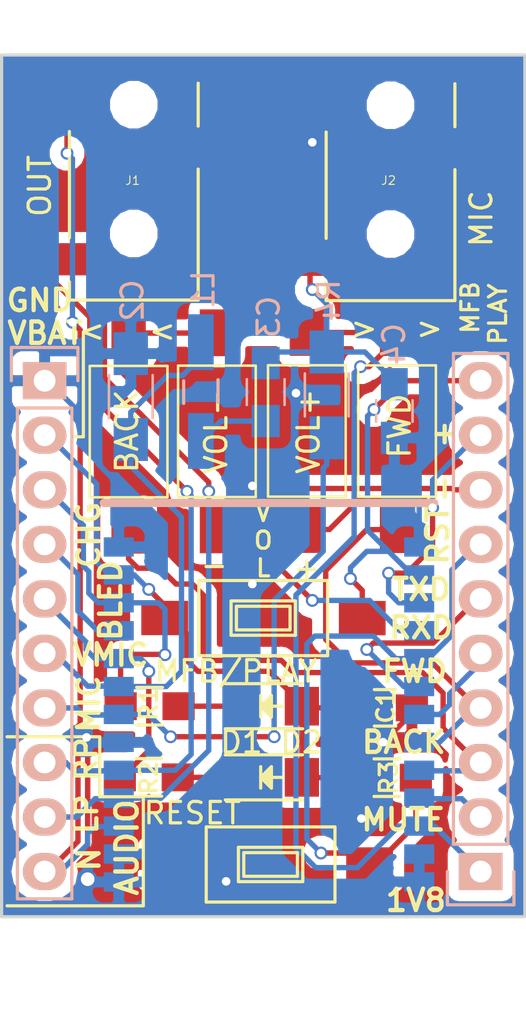
<source format=kicad_pcb>
(kicad_pcb (version 20171130) (host pcbnew 6.0.0-rc1-unknown-32d262b~66~ubuntu16.04.1)

  (general
    (thickness 1.6)
    (drawings 40)
    (tracks 341)
    (zones 0)
    (modules 22)
    (nets 25)
  )

  (page A4)
  (title_block
    (date "7 feb 2014")
  )

  (layers
    (0 F.Cu signal)
    (31 B.Cu signal)
    (32 B.Adhes user)
    (33 F.Adhes user)
    (34 B.Paste user)
    (35 F.Paste user)
    (36 B.SilkS user)
    (37 F.SilkS user)
    (38 B.Mask user)
    (39 F.Mask user)
    (40 Dwgs.User user)
    (41 Cmts.User user)
    (42 Eco1.User user)
    (43 Eco2.User user)
    (44 Edge.Cuts user)
    (45 Margin user)
    (46 B.CrtYd user)
    (47 F.CrtYd user)
    (48 B.Fab user)
    (49 F.Fab user)
  )

  (setup
    (last_trace_width 0.25)
    (trace_clearance 0.2)
    (zone_clearance 0.508)
    (zone_45_only no)
    (trace_min 0.2)
    (via_size 0.6)
    (via_drill 0.4)
    (via_min_size 0.4)
    (via_min_drill 0.3)
    (uvia_size 0.3)
    (uvia_drill 0.1)
    (uvias_allowed no)
    (uvia_min_size 0.2)
    (uvia_min_drill 0.1)
    (edge_width 0.15)
    (segment_width 0.2)
    (pcb_text_width 0.3)
    (pcb_text_size 1.5 1.5)
    (mod_edge_width 0.15)
    (mod_text_size 1 1)
    (mod_text_width 0.15)
    (pad_size 1.524 1.524)
    (pad_drill 0.762)
    (pad_to_mask_clearance 0.2)
    (aux_axis_origin 0 0)
    (visible_elements FFFDFF3F)
    (pcbplotparams
      (layerselection 0x010f0_ffffffff)
      (usegerberextensions false)
      (usegerberattributes false)
      (usegerberadvancedattributes false)
      (creategerberjobfile false)
      (excludeedgelayer true)
      (linewidth 1.000000)
      (plotframeref false)
      (viasonmask false)
      (mode 1)
      (useauxorigin false)
      (hpglpennumber 1)
      (hpglpenspeed 20)
      (hpglpendiameter 15.000000)
      (psnegative false)
      (psa4output false)
      (plotreference true)
      (plotvalue true)
      (plotinvisibletext false)
      (padsonsilk false)
      (subtractmaskfromsilk false)
      (outputformat 1)
      (mirror false)
      (drillshape 0)
      (scaleselection 1)
      (outputdirectory "plot"))
  )

  (net 0 "")
  (net 1 GND)
  (net 2 "Net-(D1-Pad1)")
  (net 3 "Net-(D2-Pad1)")
  (net 4 /BACK)
  (net 5 /1V8)
  (net 6 /VBAT)
  (net 7 /VMIC)
  (net 8 /MIC)
  (net 9 "Net-(C3-Pad1)")
  (net 10 /FWD)
  (net 11 /SPKRP)
  (net 12 /SPKLP)
  (net 13 /SPKN)
  (net 14 "Net-(L1-Pad1)")
  (net 15 /MFB)
  (net 16 /MUTE)
  (net 17 /RXD)
  (net 18 /TXD)
  (net 19 /RST)
  (net 20 /VOL-)
  (net 21 /VOL+)
  (net 22 /RLED)
  (net 23 /CHG)
  (net 24 /BLED)

  (net_class Default "This is the default net class."
    (clearance 0.2)
    (trace_width 0.25)
    (via_dia 0.6)
    (via_drill 0.4)
    (uvia_dia 0.3)
    (uvia_drill 0.1)
    (add_net /1V8)
    (add_net /BACK)
    (add_net /BLED)
    (add_net /CHG)
    (add_net /FWD)
    (add_net /MFB)
    (add_net /MIC)
    (add_net /MUTE)
    (add_net /RLED)
    (add_net /RST)
    (add_net /RXD)
    (add_net /SPKLP)
    (add_net /SPKN)
    (add_net /SPKRP)
    (add_net /TXD)
    (add_net /VBAT)
    (add_net /VMIC)
    (add_net /VOL+)
    (add_net /VOL-)
    (add_net GND)
    (add_net "Net-(C3-Pad1)")
    (add_net "Net-(D1-Pad1)")
    (add_net "Net-(D2-Pad1)")
    (add_net "Net-(L1-Pad1)")
  )

  (module Buttons_Switches_SMD:SW_SPST_FSMSM (layer F.Cu) (tedit 56C45D89) (tstamp 56C2E133)
    (at 122.27306 128.37668 180)
    (descr http://www.te.com/commerce/DocumentDelivery/DDEController?Action=srchrtrv&DocNm=1437566-3&DocType=Customer+Drawing&DocLang=English)
    (tags "SPST button tactile switch")
    (path /56C30A34)
    (attr smd)
    (fp_text reference RESET (at 3.65506 2.39268 180) (layer F.SilkS)
      (effects (font (size 1 1) (thickness 0.15)))
    )
    (fp_text value SW_PUSH (at 0.01011 -0.00022 180) (layer F.Fab) hide
      (effects (font (size 1 1) (thickness 0.15)))
    )
    (fp_line (start -1.23989 -0.55022) (end 1.26011 -0.55022) (layer F.SilkS) (width 0.15))
    (fp_line (start 1.26011 -0.55022) (end 1.26011 0.54978) (layer F.SilkS) (width 0.15))
    (fp_line (start 1.26011 0.54978) (end -1.23989 0.54978) (layer F.SilkS) (width 0.15))
    (fp_line (start -1.23989 0.54978) (end -1.23989 -0.55022) (layer F.SilkS) (width 0.15))
    (fp_line (start -1.48989 0.79978) (end 1.51011 0.79978) (layer F.SilkS) (width 0.15))
    (fp_line (start -1.48989 -0.80022) (end 1.51011 -0.80022) (layer F.SilkS) (width 0.15))
    (fp_line (start 1.51011 -0.80022) (end 1.51011 0.79978) (layer F.SilkS) (width 0.15))
    (fp_line (start -1.48989 -0.80022) (end -1.48989 0.79978) (layer F.SilkS) (width 0.15))
    (fp_line (start -5.85 1.95) (end 5.9 1.95) (layer F.CrtYd) (width 0.05))
    (fp_line (start 5.9 -2) (end 5.9 1.95) (layer F.CrtYd) (width 0.05))
    (fp_line (start -2.98989 1.74978) (end 3.01011 1.74978) (layer F.SilkS) (width 0.15))
    (fp_line (start -2.98989 -1.75022) (end 3.01011 -1.75022) (layer F.SilkS) (width 0.15))
    (fp_line (start -2.98989 -1.75022) (end -2.98989 1.74978) (layer F.SilkS) (width 0.15))
    (fp_line (start 3.01011 -1.75022) (end 3.01011 1.74978) (layer F.SilkS) (width 0.15))
    (fp_line (start -5.85 -2) (end -5.85 1.95) (layer F.CrtYd) (width 0.05))
    (fp_line (start -5.85 -2) (end 5.9 -2) (layer F.CrtYd) (width 0.05))
    (pad 1 smd rect (at -4.60243 -0.00232 180) (size 2.18 1.6) (layers F.Cu F.Paste F.Mask)
      (net 19 /RST))
    (pad 2 smd rect (at 4.60243 0.00232 180) (size 2.18 1.6) (layers F.Cu F.Paste F.Mask)
      (net 1 GND))
  )

  (module jacks:3.5mm_stereo_jack_PJ320B (layer F.Cu) (tedit 5ADDB769) (tstamp 5B8CE159)
    (at 115.8875 92.9894)
    (path /5B90F3FE)
    (fp_text reference J1 (at -0.05 3.5306) (layer F.SilkS)
      (effects (font (size 0.39878 0.39878) (thickness 0.0508)))
    )
    (fp_text value Jack_3.5mm_3pin (at 0.11 2.15 90) (layer F.SilkS) hide
      (effects (font (size 1.524 1.524) (thickness 0.3048)))
    )
    (fp_line (start 3 -2.1) (end 3 -1.05) (layer Dwgs.User) (width 0.15))
    (fp_line (start 3 3) (end 3 9.1) (layer F.SilkS) (width 0.15))
    (fp_line (start 3 9.1) (end -3 9.1) (layer F.SilkS) (width 0.15))
    (fp_line (start -3 9.1) (end -3 8.25) (layer F.SilkS) (width 0.15))
    (fp_line (start -3 1.25) (end -3 6.2) (layer F.SilkS) (width 0.15))
    (fp_line (start -3 -1) (end -3 -2.1) (layer Dwgs.User) (width 0.15))
    (fp_line (start -3 -2.1) (end -2.5 -2.1) (layer Dwgs.User) (width 0.15))
    (fp_line (start -2.5 -2.1) (end -2.5 -4.8) (layer Dwgs.User) (width 0.15))
    (fp_line (start -2.5 -4.8) (end 2.5 -4.8) (layer Dwgs.User) (width 0.15))
    (fp_line (start 2.5 -4.8) (end 2.5 -2.1) (layer Dwgs.User) (width 0.15))
    (fp_line (start 2.5 -2.1) (end 3 -2.1) (layer Dwgs.User) (width 0.15))
    (fp_line (start 3 -1) (end 3 1) (layer F.SilkS) (width 0.15))
    (pad "" np_thru_hole circle (at 0 6) (size 1.2 1.2) (drill 1.2) (layers *.Cu *.Mask F.SilkS))
    (pad 2 smd rect (at -3.75 7.2) (size 3.5 1.5) (layers F.Cu F.Paste F.Mask)
      (net 11 /SPKRP))
    (pad 3 smd rect (at 3.75 2) (size 3.5 1.5) (layers F.Cu F.Paste F.Mask)
      (net 12 /SPKLP))
    (pad 1 smd rect (at -3.75 0.2) (size 3.5 1.5) (layers F.Cu F.Paste F.Mask)
      (net 13 /SPKN))
    (pad "" np_thru_hole circle (at 0 0) (size 1.2 1.2) (drill 1.2) (layers *.Cu *.Mask F.SilkS))
  )

  (module jacks:3.5mm_stereo_jack_PJ320B (layer F.Cu) (tedit 5ADDB769) (tstamp 5B8AFD71)
    (at 127.8509 93.0148)
    (path /5B8B1B0C)
    (fp_text reference J2 (at -0.0889 3.5052) (layer F.SilkS)
      (effects (font (size 0.39878 0.39878) (thickness 0.0508)))
    )
    (fp_text value Jack_3.5mm_3pin (at 0.11 2.15 90) (layer F.SilkS) hide
      (effects (font (size 1.524 1.524) (thickness 0.3048)))
    )
    (fp_line (start 3 -2.1) (end 3 -1.05) (layer Dwgs.User) (width 0.15))
    (fp_line (start 3 3) (end 3 9.1) (layer F.SilkS) (width 0.15))
    (fp_line (start 3 9.1) (end -3 9.1) (layer F.SilkS) (width 0.15))
    (fp_line (start -3 9.1) (end -3 8.25) (layer F.SilkS) (width 0.15))
    (fp_line (start -3 1.25) (end -3 6.2) (layer F.SilkS) (width 0.15))
    (fp_line (start -3 -1) (end -3 -2.1) (layer Dwgs.User) (width 0.15))
    (fp_line (start -3 -2.1) (end -2.5 -2.1) (layer Dwgs.User) (width 0.15))
    (fp_line (start -2.5 -2.1) (end -2.5 -4.8) (layer Dwgs.User) (width 0.15))
    (fp_line (start -2.5 -4.8) (end 2.5 -4.8) (layer Dwgs.User) (width 0.15))
    (fp_line (start 2.5 -4.8) (end 2.5 -2.1) (layer Dwgs.User) (width 0.15))
    (fp_line (start 2.5 -2.1) (end 3 -2.1) (layer Dwgs.User) (width 0.15))
    (fp_line (start 3 -1) (end 3 1) (layer F.SilkS) (width 0.15))
    (pad "" np_thru_hole circle (at 0 6) (size 1.2 1.2) (drill 1.2) (layers *.Cu *.Mask F.SilkS))
    (pad 2 smd rect (at -3.75 7.2) (size 3.5 1.5) (layers F.Cu F.Paste F.Mask)
      (net 9 "Net-(C3-Pad1)"))
    (pad 3 smd rect (at 3.75 2) (size 3.5 1.5) (layers F.Cu F.Paste F.Mask))
    (pad 1 smd rect (at -3.75 0.2) (size 3.5 1.5) (layers F.Cu F.Paste F.Mask)
      (net 1 GND))
    (pad "" np_thru_hole circle (at 0 0) (size 1.2 1.2) (drill 1.2) (layers *.Cu *.Mask F.SilkS))
  )

  (module Pin_Headers:Pin_Header_Straight_1x10 (layer B.Cu) (tedit 56CAFFB9) (tstamp 56C2E0EE)
    (at 111.73206 105.84688 180)
    (descr "Through hole pin header")
    (tags "pin header")
    (path /542152BE)
    (fp_text reference P2 (at 0 5.1 180) (layer B.SilkS) hide
      (effects (font (size 1 1) (thickness 0.15)) (justify mirror))
    )
    (fp_text value CONNECTOR (at 0 3.1 180) (layer B.Fab) hide
      (effects (font (size 1 1) (thickness 0.15)) (justify mirror))
    )
    (fp_line (start -1.75 1.75) (end -1.75 -24.65) (layer B.CrtYd) (width 0.05))
    (fp_line (start 1.75 1.75) (end 1.75 -24.65) (layer B.CrtYd) (width 0.05))
    (fp_line (start -1.75 1.75) (end 1.75 1.75) (layer B.CrtYd) (width 0.05))
    (fp_line (start -1.75 -24.65) (end 1.75 -24.65) (layer B.CrtYd) (width 0.05))
    (fp_line (start 1.27 -1.27) (end 1.27 -24.13) (layer B.SilkS) (width 0.15))
    (fp_line (start 1.27 -24.13) (end -1.27 -24.13) (layer B.SilkS) (width 0.15))
    (fp_line (start -1.27 -24.13) (end -1.27 -1.27) (layer B.SilkS) (width 0.15))
    (fp_line (start 1.55 1.55) (end 1.55 0) (layer B.SilkS) (width 0.15))
    (fp_line (start 1.27 -1.27) (end -1.27 -1.27) (layer B.SilkS) (width 0.15))
    (fp_line (start -1.55 0) (end -1.55 1.55) (layer B.SilkS) (width 0.15))
    (fp_line (start -1.55 1.55) (end 1.55 1.55) (layer B.SilkS) (width 0.15))
    (pad 1 thru_hole rect (at 0 0 180) (size 2.032 1.7272) (drill 1.016) (layers *.Cu *.Mask B.SilkS)
      (net 1 GND))
    (pad 2 thru_hole oval (at 0 -2.54 180) (size 2.032 1.7272) (drill 1.016) (layers *.Cu *.Mask B.SilkS)
      (net 6 /VBAT))
    (pad 3 thru_hole oval (at 0 -5.08 180) (size 2.032 1.7272) (drill 1.016) (layers *.Cu *.Mask B.SilkS)
      (net 22 /RLED))
    (pad 4 thru_hole oval (at 0 -7.62 180) (size 2.032 1.7272) (drill 1.016) (layers *.Cu *.Mask B.SilkS)
      (net 23 /CHG))
    (pad 5 thru_hole oval (at 0 -10.16 180) (size 2.032 1.7272) (drill 1.016) (layers *.Cu *.Mask B.SilkS)
      (net 24 /BLED))
    (pad 6 thru_hole oval (at 0 -12.7 180) (size 2.032 1.7272) (drill 1.016) (layers *.Cu *.Mask B.SilkS)
      (net 7 /VMIC))
    (pad 7 thru_hole oval (at 0 -15.24 180) (size 2.032 1.7272) (drill 1.016) (layers *.Cu *.Mask B.SilkS)
      (net 8 /MIC))
    (pad 8 thru_hole oval (at 0 -17.78 180) (size 2.032 1.7272) (drill 1.016) (layers *.Cu *.Mask B.SilkS)
      (net 11 /SPKRP))
    (pad 9 thru_hole oval (at 0 -20.32 180) (size 2.032 1.7272) (drill 1.016) (layers *.Cu *.Mask B.SilkS)
      (net 12 /SPKLP))
    (pad 10 thru_hole oval (at 0 -22.86 180) (size 2.032 1.7272) (drill 1.016) (layers *.Cu *.Mask B.SilkS)
      (net 13 /SPKN))
    (model Pin_Headers.3dshapes/Pin_Header_Straight_1x10.wrl
      (offset (xyz 0 -11.42999982833862 0))
      (scale (xyz 1 1 1))
      (rotate (xyz 0 0 90))
    )
  )

  (module Pin_Headers:Pin_Header_Straight_1x10 (layer B.Cu) (tedit 56CAFFB5) (tstamp 56C2E0D6)
    (at 132.05206 128.70688)
    (descr "Through hole pin header")
    (tags "pin header")
    (path /54200046)
    (fp_text reference P1 (at 0 5.1) (layer B.SilkS) hide
      (effects (font (size 1 1) (thickness 0.15)) (justify mirror))
    )
    (fp_text value CONNECTOR (at 0 3.1) (layer B.Fab) hide
      (effects (font (size 1 1) (thickness 0.15)) (justify mirror))
    )
    (fp_line (start -1.75 1.75) (end -1.75 -24.65) (layer B.CrtYd) (width 0.05))
    (fp_line (start 1.75 1.75) (end 1.75 -24.65) (layer B.CrtYd) (width 0.05))
    (fp_line (start -1.75 1.75) (end 1.75 1.75) (layer B.CrtYd) (width 0.05))
    (fp_line (start -1.75 -24.65) (end 1.75 -24.65) (layer B.CrtYd) (width 0.05))
    (fp_line (start 1.27 -1.27) (end 1.27 -24.13) (layer B.SilkS) (width 0.15))
    (fp_line (start 1.27 -24.13) (end -1.27 -24.13) (layer B.SilkS) (width 0.15))
    (fp_line (start -1.27 -24.13) (end -1.27 -1.27) (layer B.SilkS) (width 0.15))
    (fp_line (start 1.55 1.55) (end 1.55 0) (layer B.SilkS) (width 0.15))
    (fp_line (start 1.27 -1.27) (end -1.27 -1.27) (layer B.SilkS) (width 0.15))
    (fp_line (start -1.55 0) (end -1.55 1.55) (layer B.SilkS) (width 0.15))
    (fp_line (start -1.55 1.55) (end 1.55 1.55) (layer B.SilkS) (width 0.15))
    (pad 1 thru_hole rect (at 0 0) (size 2.032 1.7272) (drill 1.016) (layers *.Cu *.Mask B.SilkS)
      (net 5 /1V8))
    (pad 2 thru_hole oval (at 0 -2.54) (size 2.032 1.7272) (drill 1.016) (layers *.Cu *.Mask B.SilkS)
      (net 16 /MUTE))
    (pad 3 thru_hole oval (at 0 -5.08) (size 2.032 1.7272) (drill 1.016) (layers *.Cu *.Mask B.SilkS)
      (net 4 /BACK))
    (pad 4 thru_hole oval (at 0 -7.62) (size 2.032 1.7272) (drill 1.016) (layers *.Cu *.Mask B.SilkS)
      (net 10 /FWD))
    (pad 5 thru_hole oval (at 0 -10.16) (size 2.032 1.7272) (drill 1.016) (layers *.Cu *.Mask B.SilkS)
      (net 17 /RXD))
    (pad 6 thru_hole oval (at 0 -12.7) (size 2.032 1.7272) (drill 1.016) (layers *.Cu *.Mask B.SilkS)
      (net 18 /TXD))
    (pad 7 thru_hole oval (at 0 -15.24) (size 2.032 1.7272) (drill 1.016) (layers *.Cu *.Mask B.SilkS)
      (net 19 /RST))
    (pad 8 thru_hole oval (at 0 -17.78) (size 2.032 1.7272) (drill 1.016) (layers *.Cu *.Mask B.SilkS)
      (net 20 /VOL-))
    (pad 9 thru_hole oval (at 0 -20.32) (size 2.032 1.7272) (drill 1.016) (layers *.Cu *.Mask B.SilkS)
      (net 21 /VOL+))
    (pad 10 thru_hole oval (at 0 -22.86) (size 2.032 1.7272) (drill 1.016) (layers *.Cu *.Mask B.SilkS)
      (net 15 /MFB))
    (model Pin_Headers.3dshapes/Pin_Header_Straight_1x10.wrl
      (offset (xyz 0 -11.42999982833862 0))
      (scale (xyz 1 1 1))
      (rotate (xyz 0 0 90))
    )
  )

  (module my_modules:BLK-MD-SPK-B_no_up_silk (layer B.Cu) (tedit 56C45E50) (tstamp 56C2E134)
    (at 113.91646 135.53948)
    (path /54200037)
    (clearance 0.2)
    (fp_text reference U1 (at 4.14782 -6.72084) (layer B.SilkS) hide
      (effects (font (size 1.524 1.524) (thickness 0.3048)) (justify mirror))
    )
    (fp_text value BLK-MD-SPK-B (at 8.69 -25.97) (layer B.Fab) hide
      (effects (font (size 1.524 1.524) (thickness 0.3048)) (justify mirror))
    )
    (fp_line (start 0.57 -24) (end 15.97 -24) (layer B.SilkS) (width 0.381))
    (pad 1 smd rect (at 1.27 -6.35 180) (size 1.4 0.9) (layers B.Cu B.Paste B.Mask)
      (net 1 GND))
    (pad 2 smd rect (at 1.27 -7.65 180) (size 1.4 0.9) (layers B.Cu B.Paste B.Mask)
      (net 1 GND))
    (pad 3 smd rect (at 1.27 -8.95 180) (size 1.4 0.9) (layers B.Cu B.Paste B.Mask)
      (net 13 /SPKN))
    (pad 4 smd rect (at 1.27 -10.25 180) (size 1.4 0.9) (layers B.Cu B.Paste B.Mask)
      (net 12 /SPKLP))
    (pad 5 smd rect (at 1.27 -11.55 180) (size 1.4 0.9) (layers B.Cu B.Paste B.Mask)
      (net 11 /SPKRP))
    (pad 6 smd rect (at 1.27 -12.85 180) (size 1.4 0.9) (layers B.Cu B.Paste B.Mask)
      (net 1 GND))
    (pad 7 smd rect (at 1.27 -14.15 180) (size 1.4 0.9) (layers B.Cu B.Paste B.Mask)
      (net 8 /MIC))
    (pad 8 smd rect (at 1.27 -15.45 180) (size 1.4 0.9) (layers B.Cu B.Paste B.Mask)
      (net 7 /VMIC))
    (pad 9 smd rect (at 1.27 -16.75 180) (size 1.4 0.9) (layers B.Cu B.Paste B.Mask)
      (net 24 /BLED))
    (pad 10 smd rect (at 1.27 -18.05 180) (size 1.4 0.9) (layers B.Cu B.Paste B.Mask)
      (net 23 /CHG))
    (pad 11 smd rect (at 1.27 -19.35 180) (size 1.4 0.9) (layers B.Cu B.Paste B.Mask)
      (net 22 /RLED))
    (pad 12 smd rect (at 1.27 -20.65 180) (size 1.4 0.9) (layers B.Cu B.Paste B.Mask)
      (net 6 /VBAT))
    (pad 13 smd rect (at 1.27 -21.95 180) (size 1.4 0.9) (layers B.Cu B.Paste B.Mask)
      (net 1 GND))
    (pad 14 smd rect (at 15.27 -21.95 180) (size 1.4 0.9) (layers B.Cu B.Paste B.Mask)
      (net 1 GND))
    (pad 15 smd rect (at 15.27 -20.65 180) (size 1.4 0.9) (layers B.Cu B.Paste B.Mask)
      (net 15 /MFB))
    (pad 16 smd rect (at 15.27 -19.35 180) (size 1.4 0.9) (layers B.Cu B.Paste B.Mask)
      (net 21 /VOL+))
    (pad 17 smd rect (at 15.27 -18.05 180) (size 1.4 0.9) (layers B.Cu B.Paste B.Mask)
      (net 20 /VOL-))
    (pad 18 smd rect (at 15.27 -16.75 180) (size 1.4 0.9) (layers B.Cu B.Paste B.Mask)
      (net 19 /RST))
    (pad 19 smd rect (at 15.27 -15.45 180) (size 1.4 0.9) (layers B.Cu B.Paste B.Mask)
      (net 18 /TXD))
    (pad 20 smd rect (at 15.27 -14.15 180) (size 1.4 0.9) (layers B.Cu B.Paste B.Mask)
      (net 17 /RXD))
    (pad 21 smd rect (at 15.27 -12.85 180) (size 1.4 0.9) (layers B.Cu B.Paste B.Mask)
      (net 10 /FWD))
    (pad 22 smd rect (at 15.27 -11.55 180) (size 1.4 0.9) (layers B.Cu B.Paste B.Mask)
      (net 4 /BACK))
    (pad 23 smd rect (at 15.27 -10.25 180) (size 1.4 0.9) (layers B.Cu B.Paste B.Mask)
      (net 16 /MUTE))
    (pad 24 smd rect (at 15.27 -8.95 180) (size 1.4 0.9) (layers B.Cu B.Paste B.Mask)
      (net 5 /1V8))
    (pad 25 smd rect (at 15.27 -7.65 180) (size 1.4 0.9) (layers B.Cu B.Paste B.Mask)
      (net 1 GND))
    (pad 26 smd rect (at 15.27 -6.35 180) (size 1.4 0.9) (layers B.Cu B.Paste B.Mask)
      (net 1 GND))
  )

  (module Resistors_SMD:R_0805_HandSoldering (layer F.Cu) (tedit 56C45DC7) (tstamp 56C2E11D)
    (at 116.586 124.3203 180)
    (descr "Resistor SMD 0805, hand soldering")
    (tags "resistor 0805")
    (path /56C2DD76)
    (attr smd)
    (fp_text reference R2 (at 0 -0.0127 270) (layer F.SilkS)
      (effects (font (size 0.8 0.8) (thickness 0.15)))
    )
    (fp_text value 470 (at 0 2.1 180) (layer F.Fab) hide
      (effects (font (size 1 1) (thickness 0.15)))
    )
    (fp_line (start -2.4 -1) (end 2.4 -1) (layer F.CrtYd) (width 0.05))
    (fp_line (start -2.4 1) (end 2.4 1) (layer F.CrtYd) (width 0.05))
    (fp_line (start -2.4 -1) (end -2.4 1) (layer F.CrtYd) (width 0.05))
    (fp_line (start 2.4 -1) (end 2.4 1) (layer F.CrtYd) (width 0.05))
    (fp_line (start 0.6 0.875) (end -0.6 0.875) (layer F.SilkS) (width 0.15))
    (fp_line (start -0.6 -0.875) (end 0.6 -0.875) (layer F.SilkS) (width 0.15))
    (pad 1 smd rect (at -1.35 0 180) (size 1.5 1.3) (layers F.Cu F.Paste F.Mask)
      (net 3 "Net-(D2-Pad1)"))
    (pad 2 smd rect (at 1.35 0 180) (size 1.5 1.3) (layers F.Cu F.Paste F.Mask)
      (net 24 /BLED))
    (model Resistors_SMD.3dshapes/R_0805_HandSoldering.wrl
      (at (xyz 0 0 0))
      (scale (xyz 1 1 1))
      (rotate (xyz 0 0 0))
    )
  )

  (module Resistors_SMD:R_0805_HandSoldering (layer F.Cu) (tedit 56C45D91) (tstamp 56C2E111)
    (at 116.6241 121.0056 180)
    (descr "Resistor SMD 0805, hand soldering")
    (tags "resistor 0805")
    (path /56C2DCE3)
    (attr smd)
    (fp_text reference R1 (at 0.0381 0.1016 270) (layer F.SilkS)
      (effects (font (size 0.8 0.8) (thickness 0.15)))
    )
    (fp_text value 470 (at 0 2.1 180) (layer F.Fab) hide
      (effects (font (size 1 1) (thickness 0.15)))
    )
    (fp_line (start -2.4 -1) (end 2.4 -1) (layer F.CrtYd) (width 0.05))
    (fp_line (start -2.4 1) (end 2.4 1) (layer F.CrtYd) (width 0.05))
    (fp_line (start -2.4 -1) (end -2.4 1) (layer F.CrtYd) (width 0.05))
    (fp_line (start 2.4 -1) (end 2.4 1) (layer F.CrtYd) (width 0.05))
    (fp_line (start 0.6 0.875) (end -0.6 0.875) (layer F.SilkS) (width 0.15))
    (fp_line (start -0.6 -0.875) (end 0.6 -0.875) (layer F.SilkS) (width 0.15))
    (pad 1 smd rect (at -1.35 0 180) (size 1.5 1.3) (layers F.Cu F.Paste F.Mask)
      (net 2 "Net-(D1-Pad1)"))
    (pad 2 smd rect (at 1.35 0 180) (size 1.5 1.3) (layers F.Cu F.Paste F.Mask)
      (net 22 /RLED))
    (model Resistors_SMD.3dshapes/R_0805_HandSoldering.wrl
      (at (xyz 0 0 0))
      (scale (xyz 1 1 1))
      (rotate (xyz 0 0 0))
    )
  )

  (module LEDs:LED-1206 (layer F.Cu) (tedit 56C45DB4) (tstamp 56C2E09D)
    (at 122.301 124.3203)
    (descr "LED 1206 smd package")
    (tags "LED1206 SMD")
    (path /56C2E55A)
    (attr smd)
    (fp_text reference D2 (at 1.397 -1.6383 180) (layer F.SilkS)
      (effects (font (size 1 1) (thickness 0.15)))
    )
    (fp_text value LED (at 0 2) (layer F.Fab) hide
      (effects (font (size 1 1) (thickness 0.15)))
    )
    (fp_line (start -2.15 1.05) (end 1.45 1.05) (layer F.SilkS) (width 0.15))
    (fp_line (start -2.15 -1.05) (end 1.45 -1.05) (layer F.SilkS) (width 0.15))
    (fp_line (start -0.1 -0.3) (end -0.1 0.3) (layer F.SilkS) (width 0.15))
    (fp_line (start -0.1 0.3) (end -0.4 0) (layer F.SilkS) (width 0.15))
    (fp_line (start -0.4 0) (end -0.2 -0.2) (layer F.SilkS) (width 0.15))
    (fp_line (start -0.2 -0.2) (end -0.2 0.05) (layer F.SilkS) (width 0.15))
    (fp_line (start -0.2 0.05) (end -0.25 0) (layer F.SilkS) (width 0.15))
    (fp_line (start -0.5 -0.5) (end -0.5 0.5) (layer F.SilkS) (width 0.15))
    (fp_line (start 0 0) (end 0.5 0) (layer F.SilkS) (width 0.15))
    (fp_line (start -0.5 0) (end 0 -0.5) (layer F.SilkS) (width 0.15))
    (fp_line (start 0 -0.5) (end 0 0.5) (layer F.SilkS) (width 0.15))
    (fp_line (start 0 0.5) (end -0.5 0) (layer F.SilkS) (width 0.15))
    (fp_line (start 2.5 -1.25) (end -2.5 -1.25) (layer F.CrtYd) (width 0.05))
    (fp_line (start -2.5 -1.25) (end -2.5 1.25) (layer F.CrtYd) (width 0.05))
    (fp_line (start -2.5 1.25) (end 2.5 1.25) (layer F.CrtYd) (width 0.05))
    (fp_line (start 2.5 1.25) (end 2.5 -1.25) (layer F.CrtYd) (width 0.05))
    (pad 2 smd rect (at 1.41986 0 180) (size 1.59766 1.80086) (layers F.Cu F.Paste F.Mask)
      (net 6 /VBAT))
    (pad 1 smd rect (at -1.41986 0 180) (size 1.59766 1.80086) (layers F.Cu F.Paste F.Mask)
      (net 3 "Net-(D2-Pad1)"))
    (model LEDs.3dshapes/LED_1206.wrl
      (at (xyz 0 0 0))
      (scale (xyz 1 1 1))
      (rotate (xyz 0 0 0))
    )
  )

  (module LEDs:LED-1206 (layer F.Cu) (tedit 56C45DAD) (tstamp 56C2E087)
    (at 122.301 121.0056)
    (descr "LED 1206 smd package")
    (tags "LED1206 SMD")
    (path /56C2E4C0)
    (attr smd)
    (fp_text reference D1 (at -1.397 1.6764 180) (layer F.SilkS)
      (effects (font (size 1 1) (thickness 0.15)))
    )
    (fp_text value LED (at 0 2) (layer F.Fab) hide
      (effects (font (size 1 1) (thickness 0.15)))
    )
    (fp_line (start -2.15 1.05) (end 1.45 1.05) (layer F.SilkS) (width 0.15))
    (fp_line (start -2.15 -1.05) (end 1.45 -1.05) (layer F.SilkS) (width 0.15))
    (fp_line (start -0.1 -0.3) (end -0.1 0.3) (layer F.SilkS) (width 0.15))
    (fp_line (start -0.1 0.3) (end -0.4 0) (layer F.SilkS) (width 0.15))
    (fp_line (start -0.4 0) (end -0.2 -0.2) (layer F.SilkS) (width 0.15))
    (fp_line (start -0.2 -0.2) (end -0.2 0.05) (layer F.SilkS) (width 0.15))
    (fp_line (start -0.2 0.05) (end -0.25 0) (layer F.SilkS) (width 0.15))
    (fp_line (start -0.5 -0.5) (end -0.5 0.5) (layer F.SilkS) (width 0.15))
    (fp_line (start 0 0) (end 0.5 0) (layer F.SilkS) (width 0.15))
    (fp_line (start -0.5 0) (end 0 -0.5) (layer F.SilkS) (width 0.15))
    (fp_line (start 0 -0.5) (end 0 0.5) (layer F.SilkS) (width 0.15))
    (fp_line (start 0 0.5) (end -0.5 0) (layer F.SilkS) (width 0.15))
    (fp_line (start 2.5 -1.25) (end -2.5 -1.25) (layer F.CrtYd) (width 0.05))
    (fp_line (start -2.5 -1.25) (end -2.5 1.25) (layer F.CrtYd) (width 0.05))
    (fp_line (start -2.5 1.25) (end 2.5 1.25) (layer F.CrtYd) (width 0.05))
    (fp_line (start 2.5 1.25) (end 2.5 -1.25) (layer F.CrtYd) (width 0.05))
    (pad 2 smd rect (at 1.41986 0 180) (size 1.59766 1.80086) (layers F.Cu F.Paste F.Mask)
      (net 6 /VBAT))
    (pad 1 smd rect (at -1.41986 0 180) (size 1.59766 1.80086) (layers F.Cu F.Paste F.Mask)
      (net 2 "Net-(D1-Pad1)"))
    (model LEDs.3dshapes/LED_1206.wrl
      (at (xyz 0 0 0))
      (scale (xyz 1 1 1))
      (rotate (xyz 0 0 0))
    )
  )

  (module Capacitors_SMD:C_0805_HandSoldering (layer F.Cu) (tedit 56C45DA0) (tstamp 56C2E071)
    (at 127.5969 121.0818 180)
    (descr "Capacitor SMD 0805, hand soldering")
    (tags "capacitor 0805")
    (path /56C2DB63)
    (attr smd)
    (fp_text reference C1 (at -0.0381 0.0508 270) (layer F.SilkS)
      (effects (font (size 0.8 0.8) (thickness 0.15)))
    )
    (fp_text value 100n (at 0 2.1 180) (layer F.Fab) hide
      (effects (font (size 1 1) (thickness 0.15)))
    )
    (fp_line (start -2.3 -1) (end 2.3 -1) (layer F.CrtYd) (width 0.05))
    (fp_line (start -2.3 1) (end 2.3 1) (layer F.CrtYd) (width 0.05))
    (fp_line (start -2.3 -1) (end -2.3 1) (layer F.CrtYd) (width 0.05))
    (fp_line (start 2.3 -1) (end 2.3 1) (layer F.CrtYd) (width 0.05))
    (fp_line (start 0.5 -0.85) (end -0.5 -0.85) (layer F.SilkS) (width 0.15))
    (fp_line (start -0.5 0.85) (end 0.5 0.85) (layer F.SilkS) (width 0.15))
    (pad 1 smd rect (at -1.25 0 180) (size 1.5 1.25) (layers F.Cu F.Paste F.Mask)
      (net 1 GND))
    (pad 2 smd rect (at 1.25 0 180) (size 1.5 1.25) (layers F.Cu F.Paste F.Mask)
      (net 6 /VBAT))
    (model Capacitors_SMD.3dshapes/C_0805_HandSoldering.wrl
      (at (xyz 0 0 0))
      (scale (xyz 1 1 1))
      (rotate (xyz 0 0 0))
    )
  )

  (module Resistors_SMD:R_0805_HandSoldering (layer F.Cu) (tedit 56C45D7C) (tstamp 56C45C8A)
    (at 127.682 124.333 180)
    (descr "Resistor SMD 0805, hand soldering")
    (tags "resistor 0805")
    (path /56C45ECC)
    (attr smd)
    (fp_text reference R3 (at -0.08 0 270) (layer F.SilkS)
      (effects (font (size 0.8 0.8) (thickness 0.15)))
    )
    (fp_text value 10k (at 0 2.1 180) (layer F.Fab) hide
      (effects (font (size 1 1) (thickness 0.15)))
    )
    (fp_line (start -2.4 -1) (end 2.4 -1) (layer F.CrtYd) (width 0.05))
    (fp_line (start -2.4 1) (end 2.4 1) (layer F.CrtYd) (width 0.05))
    (fp_line (start -2.4 -1) (end -2.4 1) (layer F.CrtYd) (width 0.05))
    (fp_line (start 2.4 -1) (end 2.4 1) (layer F.CrtYd) (width 0.05))
    (fp_line (start 0.6 0.875) (end -0.6 0.875) (layer F.SilkS) (width 0.15))
    (fp_line (start -0.6 -0.875) (end 0.6 -0.875) (layer F.SilkS) (width 0.15))
    (pad 1 smd rect (at -1.35 0 180) (size 1.5 1.3) (layers F.Cu F.Paste F.Mask)
      (net 19 /RST))
    (pad 2 smd rect (at 1.35 0 180) (size 1.5 1.3) (layers F.Cu F.Paste F.Mask)
      (net 6 /VBAT))
    (model Resistors_SMD.3dshapes/R_0805_HandSoldering.wrl
      (at (xyz 0 0 0))
      (scale (xyz 1 1 1))
      (rotate (xyz 0 0 0))
    )
  )

  (module Buttons_Switches_SMD:SW_SPST_FSMSM (layer F.Cu) (tedit 555C8B1B) (tstamp 56C466D1)
    (at 121.93016 116.90096 180)
    (descr http://www.te.com/commerce/DocumentDelivery/DDEController?Action=srchrtrv&DocNm=1437566-3&DocType=Customer+Drawing&DocLang=English)
    (tags "SPST button tactile switch")
    (path /56C47C55)
    (attr smd)
    (fp_text reference MFB/PLAY (at 1.28016 -2.47904 180) (layer F.SilkS)
      (effects (font (size 1 1) (thickness 0.15)))
    )
    (fp_text value SW_PUSH (at 0.01011 -0.00022 180) (layer F.Fab)
      (effects (font (size 1 1) (thickness 0.15)))
    )
    (fp_line (start -1.23989 -0.55022) (end 1.26011 -0.55022) (layer F.SilkS) (width 0.15))
    (fp_line (start 1.26011 -0.55022) (end 1.26011 0.54978) (layer F.SilkS) (width 0.15))
    (fp_line (start 1.26011 0.54978) (end -1.23989 0.54978) (layer F.SilkS) (width 0.15))
    (fp_line (start -1.23989 0.54978) (end -1.23989 -0.55022) (layer F.SilkS) (width 0.15))
    (fp_line (start -1.48989 0.79978) (end 1.51011 0.79978) (layer F.SilkS) (width 0.15))
    (fp_line (start -1.48989 -0.80022) (end 1.51011 -0.80022) (layer F.SilkS) (width 0.15))
    (fp_line (start 1.51011 -0.80022) (end 1.51011 0.79978) (layer F.SilkS) (width 0.15))
    (fp_line (start -1.48989 -0.80022) (end -1.48989 0.79978) (layer F.SilkS) (width 0.15))
    (fp_line (start -5.85 1.95) (end 5.9 1.95) (layer F.CrtYd) (width 0.05))
    (fp_line (start 5.9 -2) (end 5.9 1.95) (layer F.CrtYd) (width 0.05))
    (fp_line (start -2.98989 1.74978) (end 3.01011 1.74978) (layer F.SilkS) (width 0.15))
    (fp_line (start -2.98989 -1.75022) (end 3.01011 -1.75022) (layer F.SilkS) (width 0.15))
    (fp_line (start -2.98989 -1.75022) (end -2.98989 1.74978) (layer F.SilkS) (width 0.15))
    (fp_line (start 3.01011 -1.75022) (end 3.01011 1.74978) (layer F.SilkS) (width 0.15))
    (fp_line (start -5.85 -2) (end -5.85 1.95) (layer F.CrtYd) (width 0.05))
    (fp_line (start -5.85 -2) (end 5.9 -2) (layer F.CrtYd) (width 0.05))
    (pad 1 smd rect (at -4.60243 -0.00232 180) (size 2.18 1.6) (layers F.Cu F.Paste F.Mask)
      (net 15 /MFB))
    (pad 2 smd rect (at 4.60243 0.00232 180) (size 2.18 1.6) (layers F.Cu F.Paste F.Mask)
      (net 6 /VBAT))
  )

  (module Buttons_Switches_SMD:SW_SPST_FSMSM (layer F.Cu) (tedit 58723FBE) (tstamp 5B8C0408)
    (at 115.6462 108.2167 90)
    (descr http://www.te.com/commerce/DocumentDelivery/DDEController?Action=srchrtrv&DocNm=1437566-3&DocType=Customer+Drawing&DocLang=English)
    (tags "SPST button tactile switch")
    (path /5B8EFFBE)
    (attr smd)
    (fp_text reference BACK (at 0.0127 -0.0762 90) (layer F.SilkS)
      (effects (font (size 1 1) (thickness 0.15)))
    )
    (fp_text value SW_PUSH (at 0 3 90) (layer F.Fab)
      (effects (font (size 1 1) (thickness 0.15)))
    )
    (fp_text user %R (at 0 -2.6 90) (layer F.Fab)
      (effects (font (size 1 1) (thickness 0.15)))
    )
    (fp_line (start -1.75 -1) (end 1.75 -1) (layer F.Fab) (width 0.1))
    (fp_line (start 1.75 -1) (end 1.75 1) (layer F.Fab) (width 0.1))
    (fp_line (start 1.75 1) (end -1.75 1) (layer F.Fab) (width 0.1))
    (fp_line (start -1.75 1) (end -1.75 -1) (layer F.Fab) (width 0.1))
    (fp_line (start -3.06 -1.81) (end 3.06 -1.81) (layer F.SilkS) (width 0.12))
    (fp_line (start 3.06 -1.81) (end 3.06 1.81) (layer F.SilkS) (width 0.12))
    (fp_line (start 3.06 1.81) (end -3.06 1.81) (layer F.SilkS) (width 0.12))
    (fp_line (start -3.06 1.81) (end -3.06 -1.81) (layer F.SilkS) (width 0.12))
    (fp_line (start -1.5 0.8) (end 1.5 0.8) (layer F.Fab) (width 0.1))
    (fp_line (start -1.5 -0.8) (end 1.5 -0.8) (layer F.Fab) (width 0.1))
    (fp_line (start 1.5 -0.8) (end 1.5 0.8) (layer F.Fab) (width 0.1))
    (fp_line (start -1.5 -0.8) (end -1.5 0.8) (layer F.Fab) (width 0.1))
    (fp_line (start -5.95 2) (end 5.95 2) (layer F.CrtYd) (width 0.05))
    (fp_line (start 5.95 -2) (end 5.95 2) (layer F.CrtYd) (width 0.05))
    (fp_line (start -3 1.75) (end 3 1.75) (layer F.Fab) (width 0.1))
    (fp_line (start -3 -1.75) (end 3 -1.75) (layer F.Fab) (width 0.1))
    (fp_line (start -3 -1.75) (end -3 1.75) (layer F.Fab) (width 0.1))
    (fp_line (start 3 -1.75) (end 3 1.75) (layer F.Fab) (width 0.1))
    (fp_line (start -5.95 -2) (end -5.95 2) (layer F.CrtYd) (width 0.05))
    (fp_line (start -5.95 -2) (end 5.95 -2) (layer F.CrtYd) (width 0.05))
    (pad 1 smd rect (at -4.59 0 90) (size 2.18 1.6) (layers F.Cu F.Paste F.Mask)
      (net 4 /BACK))
    (pad 2 smd rect (at 4.59 0 90) (size 2.18 1.6) (layers F.Cu F.Paste F.Mask)
      (net 5 /1V8))
    (model ${KISYS3DMOD}/Buttons_Switches_SMD.3dshapes/SW_SPST_FSMSM.wrl
      (at (xyz 0 0 0))
      (scale (xyz 1 1 1))
      (rotate (xyz 0 0 0))
    )
  )

  (module Capacitors_SMD:C_1206_HandSoldering (layer B.Cu) (tedit 58AA84D1) (tstamp 5B8CE1EA)
    (at 115.7478 106.5845 90)
    (descr "Capacitor SMD 1206, hand soldering")
    (tags "capacitor 1206")
    (path /5B8C1709)
    (attr smd)
    (fp_text reference C2 (at 4.4765 0.0762 90) (layer B.SilkS)
      (effects (font (size 1 1) (thickness 0.15)) (justify mirror))
    )
    (fp_text value 4u7 (at 0 -2 90) (layer B.Fab)
      (effects (font (size 1 1) (thickness 0.15)) (justify mirror))
    )
    (fp_text user %R (at 0 1.75 90) (layer B.Fab)
      (effects (font (size 1 1) (thickness 0.15)) (justify mirror))
    )
    (fp_line (start -1.6 -0.8) (end -1.6 0.8) (layer B.Fab) (width 0.1))
    (fp_line (start 1.6 -0.8) (end -1.6 -0.8) (layer B.Fab) (width 0.1))
    (fp_line (start 1.6 0.8) (end 1.6 -0.8) (layer B.Fab) (width 0.1))
    (fp_line (start -1.6 0.8) (end 1.6 0.8) (layer B.Fab) (width 0.1))
    (fp_line (start 1 1.02) (end -1 1.02) (layer B.SilkS) (width 0.12))
    (fp_line (start -1 -1.02) (end 1 -1.02) (layer B.SilkS) (width 0.12))
    (fp_line (start -3.25 1.05) (end 3.25 1.05) (layer B.CrtYd) (width 0.05))
    (fp_line (start -3.25 1.05) (end -3.25 -1.05) (layer B.CrtYd) (width 0.05))
    (fp_line (start 3.25 -1.05) (end 3.25 1.05) (layer B.CrtYd) (width 0.05))
    (fp_line (start 3.25 -1.05) (end -3.25 -1.05) (layer B.CrtYd) (width 0.05))
    (pad 1 smd rect (at -2 0 90) (size 2 1.6) (layers B.Cu B.Paste B.Mask)
      (net 7 /VMIC))
    (pad 2 smd rect (at 2 0 90) (size 2 1.6) (layers B.Cu B.Paste B.Mask)
      (net 1 GND))
    (model Capacitors_SMD.3dshapes/C_1206.wrl
      (at (xyz 0 0 0))
      (scale (xyz 1 1 1))
      (rotate (xyz 0 0 0))
    )
  )

  (module Capacitors_SMD:C_1206_HandSoldering (layer B.Cu) (tedit 58AA84D1) (tstamp 5B8AFD30)
    (at 124.8791 106.5083 270)
    (descr "Capacitor SMD 1206, hand soldering")
    (tags "capacitor 1206")
    (path /5B8B3D85)
    (attr smd)
    (fp_text reference C3 (at -3.6383 2.7051 270) (layer B.SilkS)
      (effects (font (size 1 1) (thickness 0.15)) (justify mirror))
    )
    (fp_text value 1u (at 0 -2 270) (layer B.Fab)
      (effects (font (size 1 1) (thickness 0.15)) (justify mirror))
    )
    (fp_line (start 3.25 -1.05) (end -3.25 -1.05) (layer B.CrtYd) (width 0.05))
    (fp_line (start 3.25 -1.05) (end 3.25 1.05) (layer B.CrtYd) (width 0.05))
    (fp_line (start -3.25 1.05) (end -3.25 -1.05) (layer B.CrtYd) (width 0.05))
    (fp_line (start -3.25 1.05) (end 3.25 1.05) (layer B.CrtYd) (width 0.05))
    (fp_line (start -1 -1.02) (end 1 -1.02) (layer B.SilkS) (width 0.12))
    (fp_line (start 1 1.02) (end -1 1.02) (layer B.SilkS) (width 0.12))
    (fp_line (start -1.6 0.8) (end 1.6 0.8) (layer B.Fab) (width 0.1))
    (fp_line (start 1.6 0.8) (end 1.6 -0.8) (layer B.Fab) (width 0.1))
    (fp_line (start 1.6 -0.8) (end -1.6 -0.8) (layer B.Fab) (width 0.1))
    (fp_line (start -1.6 -0.8) (end -1.6 0.8) (layer B.Fab) (width 0.1))
    (fp_text user %R (at 0 1.75 270) (layer B.Fab)
      (effects (font (size 1 1) (thickness 0.15)) (justify mirror))
    )
    (pad 2 smd rect (at 2 0 270) (size 2 1.6) (layers B.Cu B.Paste B.Mask)
      (net 8 /MIC))
    (pad 1 smd rect (at -2 0 270) (size 2 1.6) (layers B.Cu B.Paste B.Mask)
      (net 9 "Net-(C3-Pad1)"))
    (model Capacitors_SMD.3dshapes/C_1206.wrl
      (at (xyz 0 0 0))
      (scale (xyz 1 1 1))
      (rotate (xyz 0 0 0))
    )
  )

  (module Capacitors_SMD:C_0805_HandSoldering (layer B.Cu) (tedit 58AA84A8) (tstamp 5B8AFD41)
    (at 128.0287 107.2569 270)
    (descr "Capacitor SMD 0805, hand soldering")
    (tags "capacitor 0805")
    (path /5B8B3D3D)
    (attr smd)
    (fp_text reference C4 (at -3.1169 0.0127 270) (layer B.SilkS)
      (effects (font (size 1 1) (thickness 0.15)) (justify mirror))
    )
    (fp_text value 10 (at 0 -1.75 270) (layer B.Fab)
      (effects (font (size 1 1) (thickness 0.15)) (justify mirror))
    )
    (fp_line (start 2.25 -0.87) (end -2.25 -0.87) (layer B.CrtYd) (width 0.05))
    (fp_line (start 2.25 -0.87) (end 2.25 0.88) (layer B.CrtYd) (width 0.05))
    (fp_line (start -2.25 0.88) (end -2.25 -0.87) (layer B.CrtYd) (width 0.05))
    (fp_line (start -2.25 0.88) (end 2.25 0.88) (layer B.CrtYd) (width 0.05))
    (fp_line (start -0.5 -0.85) (end 0.5 -0.85) (layer B.SilkS) (width 0.12))
    (fp_line (start 0.5 0.85) (end -0.5 0.85) (layer B.SilkS) (width 0.12))
    (fp_line (start -1 0.62) (end 1 0.62) (layer B.Fab) (width 0.1))
    (fp_line (start 1 0.62) (end 1 -0.62) (layer B.Fab) (width 0.1))
    (fp_line (start 1 -0.62) (end -1 -0.62) (layer B.Fab) (width 0.1))
    (fp_line (start -1 -0.62) (end -1 0.62) (layer B.Fab) (width 0.1))
    (fp_text user %R (at 0 1.75 270) (layer B.Fab)
      (effects (font (size 1 1) (thickness 0.15)) (justify mirror))
    )
    (pad 2 smd rect (at 1.25 0 270) (size 1.5 1.25) (layers B.Cu B.Paste B.Mask)
      (net 1 GND))
    (pad 1 smd rect (at -1.25 0 270) (size 1.5 1.25) (layers B.Cu B.Paste B.Mask)
      (net 9 "Net-(C3-Pad1)"))
    (model Capacitors_SMD.3dshapes/C_0805.wrl
      (at (xyz 0 0 0))
      (scale (xyz 1 1 1))
      (rotate (xyz 0 0 0))
    )
  )

  (module Buttons_Switches_SMD:SW_SPST_FSMSM (layer F.Cu) (tedit 58723FBE) (tstamp 5B8AFD5C)
    (at 128.1557 108.1913 90)
    (descr http://www.te.com/commerce/DocumentDelivery/DDEController?Action=srchrtrv&DocNm=1437566-3&DocType=Customer+Drawing&DocLang=English)
    (tags "SPST button tactile switch")
    (path /5B8EEF9E)
    (attr smd)
    (fp_text reference FWD (at 0.2413 0.1143 90) (layer F.SilkS)
      (effects (font (size 1 1) (thickness 0.15)))
    )
    (fp_text value SW_PUSH (at 0 3 90) (layer F.Fab)
      (effects (font (size 1 1) (thickness 0.15)))
    )
    (fp_line (start -5.95 -2) (end 5.95 -2) (layer F.CrtYd) (width 0.05))
    (fp_line (start -5.95 -2) (end -5.95 2) (layer F.CrtYd) (width 0.05))
    (fp_line (start 3 -1.75) (end 3 1.75) (layer F.Fab) (width 0.1))
    (fp_line (start -3 -1.75) (end -3 1.75) (layer F.Fab) (width 0.1))
    (fp_line (start -3 -1.75) (end 3 -1.75) (layer F.Fab) (width 0.1))
    (fp_line (start -3 1.75) (end 3 1.75) (layer F.Fab) (width 0.1))
    (fp_line (start 5.95 -2) (end 5.95 2) (layer F.CrtYd) (width 0.05))
    (fp_line (start -5.95 2) (end 5.95 2) (layer F.CrtYd) (width 0.05))
    (fp_line (start -1.5 -0.8) (end -1.5 0.8) (layer F.Fab) (width 0.1))
    (fp_line (start 1.5 -0.8) (end 1.5 0.8) (layer F.Fab) (width 0.1))
    (fp_line (start -1.5 -0.8) (end 1.5 -0.8) (layer F.Fab) (width 0.1))
    (fp_line (start -1.5 0.8) (end 1.5 0.8) (layer F.Fab) (width 0.1))
    (fp_line (start -3.06 1.81) (end -3.06 -1.81) (layer F.SilkS) (width 0.12))
    (fp_line (start 3.06 1.81) (end -3.06 1.81) (layer F.SilkS) (width 0.12))
    (fp_line (start 3.06 -1.81) (end 3.06 1.81) (layer F.SilkS) (width 0.12))
    (fp_line (start -3.06 -1.81) (end 3.06 -1.81) (layer F.SilkS) (width 0.12))
    (fp_line (start -1.75 1) (end -1.75 -1) (layer F.Fab) (width 0.1))
    (fp_line (start 1.75 1) (end -1.75 1) (layer F.Fab) (width 0.1))
    (fp_line (start 1.75 -1) (end 1.75 1) (layer F.Fab) (width 0.1))
    (fp_line (start -1.75 -1) (end 1.75 -1) (layer F.Fab) (width 0.1))
    (fp_text user %R (at 0 -2.6 90) (layer F.Fab)
      (effects (font (size 1 1) (thickness 0.15)))
    )
    (pad 2 smd rect (at 4.59 0 90) (size 2.18 1.6) (layers F.Cu F.Paste F.Mask)
      (net 5 /1V8))
    (pad 1 smd rect (at -4.59 0 90) (size 2.18 1.6) (layers F.Cu F.Paste F.Mask)
      (net 10 /FWD))
    (model ${KISYS3DMOD}/Buttons_Switches_SMD.3dshapes/SW_SPST_FSMSM.wrl
      (at (xyz 0 0 0))
      (scale (xyz 1 1 1))
      (rotate (xyz 0 0 0))
    )
  )

  (module Choke_SMD.pretty:Choke_SMD_1206_Handsoldering (layer B.Cu) (tedit 0) (tstamp 5B8AFD79)
    (at 119.0117 106.35234 90)
    (descr "Choke, Drossel, SMD, 1206, Handsoldering,")
    (tags "Choke, Drossel, SMD, 1206, Handsoldering,")
    (path /5B8BF0DE)
    (attr smd)
    (fp_text reference L1 (at 4.75234 0.1143 90) (layer B.SilkS)
      (effects (font (size 1 1) (thickness 0.15)) (justify mirror))
    )
    (fp_text value 15n (at 0 -2.54 90) (layer B.Fab)
      (effects (font (size 1 1) (thickness 0.15)) (justify mirror))
    )
    (fp_line (start -0.55118 -0.8001) (end 0.50038 -0.8001) (layer B.SilkS) (width 0.15))
    (fp_line (start 0.55118 0.8001) (end -0.50038 0.8001) (layer B.SilkS) (width 0.15))
    (pad 1 smd rect (at -2.30124 0 90) (size 2.59842 1.19888) (layers B.Cu B.Paste B.Mask)
      (net 14 "Net-(L1-Pad1)"))
    (pad 2 smd rect (at 2.30124 0 90) (size 2.60096 1.19888) (layers B.Cu B.Paste B.Mask)
      (net 7 /VMIC))
  )

  (module Resistors_SMD:R_0805_HandSoldering (layer B.Cu) (tedit 58E0A804) (tstamp 5B8AFD8A)
    (at 122.0343 106.3752 90)
    (descr "Resistor SMD 0805, hand soldering")
    (tags "resistor 0805")
    (path /5B8BA569)
    (attr smd)
    (fp_text reference R4 (at 4.2672 2.9337 90) (layer B.SilkS)
      (effects (font (size 1 1) (thickness 0.15)) (justify mirror))
    )
    (fp_text value 2k7 (at 0 -1.75 90) (layer B.Fab)
      (effects (font (size 1 1) (thickness 0.15)) (justify mirror))
    )
    (fp_line (start 2.35 -0.9) (end -2.35 -0.9) (layer B.CrtYd) (width 0.05))
    (fp_line (start 2.35 -0.9) (end 2.35 0.9) (layer B.CrtYd) (width 0.05))
    (fp_line (start -2.35 0.9) (end -2.35 -0.9) (layer B.CrtYd) (width 0.05))
    (fp_line (start -2.35 0.9) (end 2.35 0.9) (layer B.CrtYd) (width 0.05))
    (fp_line (start -0.6 0.88) (end 0.6 0.88) (layer B.SilkS) (width 0.12))
    (fp_line (start 0.6 -0.88) (end -0.6 -0.88) (layer B.SilkS) (width 0.12))
    (fp_line (start -1 0.62) (end 1 0.62) (layer B.Fab) (width 0.1))
    (fp_line (start 1 0.62) (end 1 -0.62) (layer B.Fab) (width 0.1))
    (fp_line (start 1 -0.62) (end -1 -0.62) (layer B.Fab) (width 0.1))
    (fp_line (start -1 -0.62) (end -1 0.62) (layer B.Fab) (width 0.1))
    (fp_text user %R (at 0 0 90) (layer B.Fab)
      (effects (font (size 0.5 0.5) (thickness 0.075)) (justify mirror))
    )
    (pad 2 smd rect (at 1.35 0 90) (size 1.5 1.3) (layers B.Cu B.Paste B.Mask)
      (net 9 "Net-(C3-Pad1)"))
    (pad 1 smd rect (at -1.35 0 90) (size 1.5 1.3) (layers B.Cu B.Paste B.Mask)
      (net 14 "Net-(L1-Pad1)"))
    (model ${KISYS3DMOD}/Resistors_SMD.3dshapes/R_0805.wrl
      (at (xyz 0 0 0))
      (scale (xyz 1 1 1))
      (rotate (xyz 0 0 0))
    )
  )

  (module Buttons_Switches_SMD:SW_SPST_FSMSM (layer F.Cu) (tedit 58723FBE) (tstamp 5B8AFDA5)
    (at 123.952 108.186 90)
    (descr http://www.te.com/commerce/DocumentDelivery/DDEController?Action=srchrtrv&DocNm=1437566-3&DocType=Customer+Drawing&DocLang=English)
    (tags "SPST button tactile switch")
    (path /5B8F004E)
    (attr smd)
    (fp_text reference VOL+ (at -0.0127 0.0762 90) (layer F.SilkS)
      (effects (font (size 1 1) (thickness 0.15)))
    )
    (fp_text value SW_PUSH (at 0 3 90) (layer F.Fab)
      (effects (font (size 1 1) (thickness 0.15)))
    )
    (fp_text user %R (at 0 -2.6 90) (layer F.Fab)
      (effects (font (size 1 1) (thickness 0.15)))
    )
    (fp_line (start -1.75 -1) (end 1.75 -1) (layer F.Fab) (width 0.1))
    (fp_line (start 1.75 -1) (end 1.75 1) (layer F.Fab) (width 0.1))
    (fp_line (start 1.75 1) (end -1.75 1) (layer F.Fab) (width 0.1))
    (fp_line (start -1.75 1) (end -1.75 -1) (layer F.Fab) (width 0.1))
    (fp_line (start -3.06 -1.81) (end 3.06 -1.81) (layer F.SilkS) (width 0.12))
    (fp_line (start 3.06 -1.81) (end 3.06 1.81) (layer F.SilkS) (width 0.12))
    (fp_line (start 3.06 1.81) (end -3.06 1.81) (layer F.SilkS) (width 0.12))
    (fp_line (start -3.06 1.81) (end -3.06 -1.81) (layer F.SilkS) (width 0.12))
    (fp_line (start -1.5 0.8) (end 1.5 0.8) (layer F.Fab) (width 0.1))
    (fp_line (start -1.5 -0.8) (end 1.5 -0.8) (layer F.Fab) (width 0.1))
    (fp_line (start 1.5 -0.8) (end 1.5 0.8) (layer F.Fab) (width 0.1))
    (fp_line (start -1.5 -0.8) (end -1.5 0.8) (layer F.Fab) (width 0.1))
    (fp_line (start -5.95 2) (end 5.95 2) (layer F.CrtYd) (width 0.05))
    (fp_line (start 5.95 -2) (end 5.95 2) (layer F.CrtYd) (width 0.05))
    (fp_line (start -3 1.75) (end 3 1.75) (layer F.Fab) (width 0.1))
    (fp_line (start -3 -1.75) (end 3 -1.75) (layer F.Fab) (width 0.1))
    (fp_line (start -3 -1.75) (end -3 1.75) (layer F.Fab) (width 0.1))
    (fp_line (start 3 -1.75) (end 3 1.75) (layer F.Fab) (width 0.1))
    (fp_line (start -5.95 -2) (end -5.95 2) (layer F.CrtYd) (width 0.05))
    (fp_line (start -5.95 -2) (end 5.95 -2) (layer F.CrtYd) (width 0.05))
    (pad 1 smd rect (at -4.59 0 90) (size 2.18 1.6) (layers F.Cu F.Paste F.Mask)
      (net 21 /VOL+))
    (pad 2 smd rect (at 4.59 0 90) (size 2.18 1.6) (layers F.Cu F.Paste F.Mask)
      (net 5 /1V8))
    (model ${KISYS3DMOD}/Buttons_Switches_SMD.3dshapes/SW_SPST_FSMSM.wrl
      (at (xyz 0 0 0))
      (scale (xyz 1 1 1))
      (rotate (xyz 0 0 0))
    )
  )

  (module Buttons_Switches_SMD:SW_SPST_FSMSM (layer F.Cu) (tedit 58723FBE) (tstamp 5B8AFDC0)
    (at 119.761 108.204 90)
    (descr http://www.te.com/commerce/DocumentDelivery/DDEController?Action=srchrtrv&DocNm=1437566-3&DocType=Customer+Drawing&DocLang=English)
    (tags "SPST button tactile switch")
    (path /5B8F0002)
    (attr smd)
    (fp_text reference VOL- (at 0 -0.0381 90) (layer F.SilkS)
      (effects (font (size 1 1) (thickness 0.15)))
    )
    (fp_text value SW_PUSH (at 0 3 90) (layer F.Fab)
      (effects (font (size 1 1) (thickness 0.15)))
    )
    (fp_line (start -5.95 -2) (end 5.95 -2) (layer F.CrtYd) (width 0.05))
    (fp_line (start -5.95 -2) (end -5.95 2) (layer F.CrtYd) (width 0.05))
    (fp_line (start 3 -1.75) (end 3 1.75) (layer F.Fab) (width 0.1))
    (fp_line (start -3 -1.75) (end -3 1.75) (layer F.Fab) (width 0.1))
    (fp_line (start -3 -1.75) (end 3 -1.75) (layer F.Fab) (width 0.1))
    (fp_line (start -3 1.75) (end 3 1.75) (layer F.Fab) (width 0.1))
    (fp_line (start 5.95 -2) (end 5.95 2) (layer F.CrtYd) (width 0.05))
    (fp_line (start -5.95 2) (end 5.95 2) (layer F.CrtYd) (width 0.05))
    (fp_line (start -1.5 -0.8) (end -1.5 0.8) (layer F.Fab) (width 0.1))
    (fp_line (start 1.5 -0.8) (end 1.5 0.8) (layer F.Fab) (width 0.1))
    (fp_line (start -1.5 -0.8) (end 1.5 -0.8) (layer F.Fab) (width 0.1))
    (fp_line (start -1.5 0.8) (end 1.5 0.8) (layer F.Fab) (width 0.1))
    (fp_line (start -3.06 1.81) (end -3.06 -1.81) (layer F.SilkS) (width 0.12))
    (fp_line (start 3.06 1.81) (end -3.06 1.81) (layer F.SilkS) (width 0.12))
    (fp_line (start 3.06 -1.81) (end 3.06 1.81) (layer F.SilkS) (width 0.12))
    (fp_line (start -3.06 -1.81) (end 3.06 -1.81) (layer F.SilkS) (width 0.12))
    (fp_line (start -1.75 1) (end -1.75 -1) (layer F.Fab) (width 0.1))
    (fp_line (start 1.75 1) (end -1.75 1) (layer F.Fab) (width 0.1))
    (fp_line (start 1.75 -1) (end 1.75 1) (layer F.Fab) (width 0.1))
    (fp_line (start -1.75 -1) (end 1.75 -1) (layer F.Fab) (width 0.1))
    (fp_text user %R (at 0 -2.6 90) (layer F.Fab)
      (effects (font (size 1 1) (thickness 0.15)))
    )
    (pad 2 smd rect (at 4.59 0 90) (size 2.18 1.6) (layers F.Cu F.Paste F.Mask)
      (net 5 /1V8))
    (pad 1 smd rect (at -4.59 0 90) (size 2.18 1.6) (layers F.Cu F.Paste F.Mask)
      (net 20 /VOL-))
    (model ${KISYS3DMOD}/Buttons_Switches_SMD.3dshapes/SW_SPST_FSMSM.wrl
      (at (xyz 0 0 0))
      (scale (xyz 1 1 1))
      (rotate (xyz 0 0 0))
    )
  )

  (gr_text + (at 123.952 114.554) (layer F.SilkS)
    (effects (font (size 1 1) (thickness 0.15)))
  )
  (gr_text - (at 119.634 114.427) (layer F.SilkS)
    (effects (font (size 1 1) (thickness 0.15)))
  )
  (gr_text < (at 113.919 103.505) (layer F.SilkS) (tstamp 5B8CEBE3)
    (effects (font (size 1 1) (thickness 0.15)))
  )
  (gr_text > (at 129.667 103.378) (layer F.SilkS) (tstamp 5B8CEAFF)
    (effects (font (size 1 1) (thickness 0.15)))
  )
  (gr_text "V\nO\nL" (at 121.92 113.284) (layer F.SilkS)
    (effects (font (size 0.8 0.8) (thickness 0.15)))
  )
  (gr_text > (at 126.619 103.378) (layer F.SilkS)
    (effects (font (size 1 1) (thickness 0.15)))
  )
  (gr_text < (at 117.221 103.505) (layer F.SilkS)
    (effects (font (size 1 1) (thickness 0.15)))
  )
  (gr_line (start 109.982 130.302) (end 116.332 130.302) (layer F.SilkS) (width 0.15))
  (gr_line (start 116.332 125.222) (end 116.332 130.302) (layer F.SilkS) (width 0.15))
  (gr_line (start 114.3 125.222) (end 116.332 125.222) (layer F.SilkS) (width 0.15))
  (gr_line (start 114.3 122.428) (end 114.3 125.222) (layer F.SilkS) (width 0.15))
  (gr_line (start 109.982 122.428) (end 114.3 122.428) (layer F.SilkS) (width 0.15))
  (gr_text MIC (at 132.08 98.298 90) (layer F.SilkS)
    (effects (font (size 1 1) (thickness 0.15)))
  )
  (gr_text OUT (at 111.506 96.774 90) (layer F.SilkS)
    (effects (font (size 1 1) (thickness 0.15)))
  )
  (gr_line (start 113.538 108.458) (end 113.03 108.458) (layer F.SilkS) (width 0.15))
  (gr_line (start 113.538 103.632) (end 113.538 108.458) (layer F.SilkS) (width 0.15))
  (gr_line (start 134.112 90.678) (end 134.112 130.81) (layer Edge.Cuts) (width 0.15))
  (gr_line (start 109.728 90.678) (end 134.112 90.678) (layer Edge.Cuts) (width 0.15))
  (gr_line (start 109.728 130.81) (end 109.728 90.678) (layer Edge.Cuts) (width 0.15))
  (gr_line (start 134.112 130.81) (end 109.728 130.81) (layer Edge.Cuts) (width 0.15))
  (gr_text N (at 113.792 128.143 90) (layer F.SilkS)
    (effects (font (size 1 1) (thickness 0.2)))
  )
  (gr_text LP (at 113.6904 126.0348 90) (layer F.SilkS)
    (effects (font (size 1 1) (thickness 0.2)))
  )
  (gr_text " MFB\nPLAY" (at 132.207 102.743 90) (layer F.SilkS) (tstamp 547825D7)
    (effects (font (size 0.8 0.8) (thickness 0.15)))
  )
  (gr_text + (at 130.302 108.331 90) (layer F.SilkS) (tstamp 547825D8)
    (effects (font (size 1 1) (thickness 0.2)))
  )
  (gr_text - (at 130.302 110.871 90) (layer F.SilkS) (tstamp 547825D9)
    (effects (font (size 1 1) (thickness 0.2)))
  )
  (gr_text RST (at 130.048 113.03 90) (layer F.SilkS) (tstamp 547825DA)
    (effects (font (size 1 1) (thickness 0.2)))
  )
  (gr_text TXD (at 129.286 115.57) (layer F.SilkS) (tstamp 547825DB)
    (effects (font (size 1 1) (thickness 0.2)))
  )
  (gr_text RXD (at 129.286 117.348) (layer F.SilkS) (tstamp 547825DC)
    (effects (font (size 1 1) (thickness 0.2)))
  )
  (gr_text FWD (at 128.97866 119.38) (layer F.SilkS) (tstamp 547825DD)
    (effects (font (size 1 1) (thickness 0.2)))
  )
  (gr_text BACK (at 128.47066 122.682) (layer F.SilkS) (tstamp 547825DE)
    (effects (font (size 1 1) (thickness 0.2)))
  )
  (gr_text MUTE (at 128.44526 126.29388) (layer F.SilkS) (tstamp 547825DF)
    (effects (font (size 1 1) (thickness 0.2)))
  )
  (gr_text 1V8 (at 129.032 130.048) (layer F.SilkS) (tstamp 547825E0)
    (effects (font (size 1 1) (thickness 0.2)))
  )
  (gr_text AUDIO (at 115.57 127.5842 90) (layer F.SilkS) (tstamp 547825E1)
    (effects (font (size 1 1) (thickness 0.2)))
  )
  (gr_text RP (at 113.665 123.4694 90) (layer F.SilkS) (tstamp 547825E3)
    (effects (font (size 1 1) (thickness 0.2)))
  )
  (gr_text MIC (at 113.792 120.904 90) (layer F.SilkS) (tstamp 547825E4)
    (effects (font (size 1 1) (thickness 0.2)))
  )
  (gr_text VMIC (at 114.808 118.618) (layer F.SilkS) (tstamp 547825E5)
    (effects (font (size 1 1) (thickness 0.2)))
  )
  (gr_text BLED (at 114.808 116.078 90) (layer F.SilkS) (tstamp 5B8CE5EF)
    (effects (font (size 1 1) (thickness 0.2)))
  )
  (gr_text CHG (at 113.792 113.03 90) (layer F.SilkS) (tstamp 547825E7)
    (effects (font (size 1 1) (thickness 0.2)))
  )
  (gr_text VBAT (at 111.76 103.632) (layer F.SilkS) (tstamp 547825E9)
    (effects (font (size 1 1) (thickness 0.2)))
  )
  (gr_text GND (at 111.506 102.108) (layer F.SilkS) (tstamp 547825EA)
    (effects (font (size 1 1) (thickness 0.2)))
  )

  (segment (start 113.73866 129.06248) (end 113.86566 129.18948) (width 0.254) (layer B.Cu) (net 1) (tstamp 56C59D15))
  (via (at 113.73866 129.06248) (size 0.889) (drill 0.635) (layers F.Cu B.Cu) (net 1))
  (segment (start 113.73866 122.50928) (end 113.73866 129.06248) (width 0.254) (layer F.Cu) (net 1) (tstamp 56C59D13))
  (segment (start 113.68786 122.45848) (end 113.73866 122.50928) (width 0.254) (layer F.Cu) (net 1) (tstamp 56C59D12))
  (segment (start 113.86566 129.18948) (end 115.18646 129.18948) (width 0.254) (layer B.Cu) (net 1) (tstamp 56C59D16))
  (via (at 113.68786 122.45848) (size 0.6) (drill 0.4) (layers F.Cu B.Cu) (net 1))
  (segment (start 113.91886 122.68948) (end 113.68786 122.45848) (width 0.254) (layer B.Cu) (net 1) (tstamp 56C59D10))
  (segment (start 115.18646 122.68948) (end 113.91886 122.68948) (width 0.254) (layer B.Cu) (net 1))
  (segment (start 115.18646 129.18948) (end 115.18646 127.88948) (width 0.254) (layer B.Cu) (net 1))
  (segment (start 120.16486 129.18948) (end 120.19026 129.16408) (width 0.254) (layer B.Cu) (net 1) (tstamp 56C59D1C))
  (via (at 120.19026 129.16408) (size 0.6) (drill 0.4) (layers F.Cu B.Cu) (net 1))
  (segment (start 115.18646 129.18948) (end 120.16486 129.18948) (width 0.254) (layer B.Cu) (net 1))
  (segment (start 129.16106 129.16408) (end 129.18646 129.18948) (width 0.254) (layer B.Cu) (net 1) (tstamp 56C59D23))
  (segment (start 120.19026 129.16408) (end 129.16106 129.16408) (width 0.254) (layer B.Cu) (net 1))
  (segment (start 129.18646 129.18948) (end 129.18646 127.88948) (width 0.254) (layer B.Cu) (net 1))
  (segment (start 115.18646 113.58948) (end 115.74966 113.58948) (width 0.254) (layer B.Cu) (net 1))
  (segment (start 111.73206 104.73328) (end 111.73206 105.84688) (width 0.25) (layer B.Cu) (net 1))
  (segment (start 111.88084 104.5845) (end 111.73206 104.73328) (width 0.25) (layer B.Cu) (net 1))
  (segment (start 115.7478 104.5845) (end 111.88084 104.5845) (width 0.25) (layer B.Cu) (net 1))
  (via (at 124.206 94.742) (size 0.6) (drill 0.4) (layers F.Cu B.Cu) (net 1))
  (segment (start 115.7478 103.2002) (end 124.206 94.742) (width 0.25) (layer B.Cu) (net 1))
  (segment (start 115.7478 104.5845) (end 115.7478 103.2002) (width 0.25) (layer B.Cu) (net 1))
  (segment (start 124.206 93.3199) (end 124.1009 93.2148) (width 0.25) (layer F.Cu) (net 1))
  (segment (start 124.206 94.742) (end 124.206 93.3199) (width 0.25) (layer F.Cu) (net 1))
  (segment (start 129.18646 112.88948) (end 129.18646 113.58948) (width 0.25) (layer B.Cu) (net 1))
  (segment (start 128.9037 108.5069) (end 129.18646 108.78966) (width 0.25) (layer B.Cu) (net 1))
  (segment (start 129.18646 108.78966) (end 129.18646 112.88948) (width 0.25) (layer B.Cu) (net 1))
  (segment (start 128.0287 108.5069) (end 128.9037 108.5069) (width 0.25) (layer B.Cu) (net 1))
  (segment (start 111.88446 105.84688) (end 111.73206 105.84688) (width 0.25) (layer B.Cu) (net 1))
  (segment (start 114.23646 108.19888) (end 111.88446 105.84688) (width 0.25) (layer B.Cu) (net 1))
  (segment (start 118.46035 129.16408) (end 117.67063 128.37436) (width 0.25) (layer F.Cu) (net 1))
  (segment (start 120.19026 129.16408) (end 118.46035 129.16408) (width 0.25) (layer F.Cu) (net 1))
  (segment (start 115.18646 112.88948) (end 115.062 112.76502) (width 0.25) (layer B.Cu) (net 1))
  (segment (start 115.18646 113.58948) (end 115.18646 112.88948) (width 0.25) (layer B.Cu) (net 1))
  (segment (start 115.062 110.55354) (end 114.23646 109.728) (width 0.25) (layer B.Cu) (net 1))
  (segment (start 115.062 112.76502) (end 115.062 110.55354) (width 0.25) (layer B.Cu) (net 1))
  (segment (start 114.23646 109.728) (end 114.23646 108.19888) (width 0.25) (layer B.Cu) (net 1))
  (via (at 127.508 122.682) (size 0.6) (drill 0.4) (layers F.Cu B.Cu) (net 1))
  (segment (start 128.8469 121.3431) (end 127.508 122.682) (width 0.25) (layer F.Cu) (net 1))
  (segment (start 128.8469 121.0818) (end 128.8469 121.3431) (width 0.25) (layer F.Cu) (net 1))
  (via (at 126.492 126.238) (size 0.6) (drill 0.4) (layers F.Cu B.Cu) (net 1))
  (segment (start 126.492 123.698) (end 126.492 126.238) (width 0.25) (layer B.Cu) (net 1))
  (segment (start 127.508 122.682) (end 126.492 123.698) (width 0.25) (layer B.Cu) (net 1))
  (segment (start 120.19026 129.16408) (end 120.19026 126.44374) (width 0.25) (layer B.Cu) (net 1))
  (segment (start 120.19026 126.44374) (end 121.158 125.476) (width 0.25) (layer B.Cu) (net 1))
  (segment (start 121.158 125.476) (end 121.158 112.268) (width 0.25) (layer B.Cu) (net 1))
  (via (at 123.444 106.426) (size 0.6) (drill 0.4) (layers F.Cu B.Cu) (net 1))
  (segment (start 123.444 109.982) (end 123.444 106.426) (width 0.25) (layer B.Cu) (net 1))
  (segment (start 121.158 112.268) (end 123.444 109.982) (width 0.25) (layer B.Cu) (net 1))
  (segment (start 123.144001 106.725999) (end 123.144001 108.503999) (width 0.25) (layer F.Cu) (net 1))
  (segment (start 123.444 106.426) (end 123.144001 106.725999) (width 0.25) (layer F.Cu) (net 1))
  (via (at 121.412 110.744) (size 0.6) (drill 0.4) (layers F.Cu B.Cu) (net 1))
  (segment (start 121.412 110.236) (end 121.412 110.744) (width 0.25) (layer F.Cu) (net 1))
  (segment (start 123.144001 108.503999) (end 121.412 110.236) (width 0.25) (layer F.Cu) (net 1))
  (via (at 121.412 115.316) (size 0.6) (drill 0.4) (layers F.Cu B.Cu) (net 1))
  (segment (start 121.412 110.744) (end 121.412 115.316) (width 0.25) (layer B.Cu) (net 1))
  (segment (start 120.88114 121.0056) (end 117.9741 121.0056) (width 0.25) (layer F.Cu) (net 2))
  (segment (start 117.936 124.3203) (end 120.88114 124.3203) (width 0.25) (layer F.Cu) (net 3))
  (segment (start 131.63866 124.01488) (end 132.02666 123.62688) (width 0.254) (layer B.Cu) (net 4) (tstamp 5478254A))
  (segment (start 129.00866 124.01488) (end 131.63866 124.01488) (width 0.254) (layer B.Cu) (net 4) (tstamp 5478254B))
  (segment (start 115.30838 113.68786) (end 115.28806 113.68786) (width 0.254) (layer F.Cu) (net 4) (tstamp 56C30408))
  (segment (start 115.28806 113.68786) (end 115.30838 113.68786) (width 0.254) (layer F.Cu) (net 4) (tstamp 56C30406))
  (segment (start 115.28806 113.0554) (end 115.28806 113.68786) (width 0.254) (layer F.Cu) (net 4) (tstamp 56C2FF10))
  (segment (start 129.345011 119.439011) (end 123.328511 119.439011) (width 0.25) (layer F.Cu) (net 4))
  (segment (start 130.302 122.02922) (end 130.302 120.396) (width 0.25) (layer F.Cu) (net 4))
  (segment (start 130.302 120.396) (end 129.345011 119.439011) (width 0.25) (layer F.Cu) (net 4))
  (segment (start 131.89966 123.62688) (end 130.302 122.02922) (width 0.25) (layer F.Cu) (net 4))
  (segment (start 132.05206 123.62688) (end 131.89966 123.62688) (width 0.25) (layer F.Cu) (net 4))
  (segment (start 115.6462 114.1467) (end 116.078 114.5785) (width 0.25) (layer F.Cu) (net 4))
  (segment (start 115.6462 112.8067) (end 115.6462 114.1467) (width 0.25) (layer F.Cu) (net 4))
  (segment (start 116.078 114.5785) (end 117.1185 114.5785) (width 0.25) (layer F.Cu) (net 4))
  (segment (start 117.1185 114.5785) (end 117.856 115.316) (width 0.25) (layer F.Cu) (net 4))
  (segment (start 117.856 115.316) (end 118.618 115.316) (width 0.25) (layer F.Cu) (net 4))
  (segment (start 118.618 115.316) (end 119.126 115.824) (width 0.25) (layer F.Cu) (net 4))
  (segment (start 119.126 115.824) (end 119.126 118.618) (width 0.25) (layer F.Cu) (net 4))
  (segment (start 119.38 118.872) (end 122.7615 118.872) (width 0.25) (layer F.Cu) (net 4))
  (segment (start 119.126 118.618) (end 119.38 118.872) (width 0.25) (layer F.Cu) (net 4))
  (segment (start 123.328511 119.439011) (end 122.7615 118.872) (width 0.25) (layer F.Cu) (net 4))
  (segment (start 129.00866 126.61488) (end 129.93466 126.61488) (width 0.254) (layer B.Cu) (net 5) (tstamp 54782547))
  (segment (start 129.93466 126.61488) (end 132.02666 128.70688) (width 0.254) (layer B.Cu) (net 5) (tstamp 54782546))
  (segment (start 119.7864 103.6267) (end 119.8118 103.6013) (width 0.25) (layer F.Cu) (net 5))
  (segment (start 115.6462 103.6267) (end 119.7864 103.6267) (width 0.25) (layer F.Cu) (net 5))
  (segment (start 119.8118 103.6013) (end 123.9901 103.6013) (width 0.25) (layer F.Cu) (net 5))
  (segment (start 123.9901 103.6013) (end 128.1557 103.6013) (width 0.25) (layer F.Cu) (net 5))
  (via (at 126.455458 105.192542) (size 0.6) (drill 0.4) (layers F.Cu B.Cu) (net 5))
  (segment (start 126.854458 105.192542) (end 126.455458 105.192542) (width 0.25) (layer F.Cu) (net 5))
  (segment (start 128.1557 103.8913) (end 126.854458 105.192542) (width 0.25) (layer F.Cu) (net 5))
  (segment (start 128.1557 103.6013) (end 128.1557 103.8913) (width 0.25) (layer F.Cu) (net 5))
  (segment (start 128.23646 126.58948) (end 129.18646 126.58948) (width 0.25) (layer B.Cu) (net 5))
  (segment (start 126.30194 128.524) (end 128.23646 126.58948) (width 0.25) (layer B.Cu) (net 5))
  (segment (start 124.365578 128.524) (end 126.30194 128.524) (width 0.25) (layer B.Cu) (net 5))
  (segment (start 123.444 127.602422) (end 124.365578 128.524) (width 0.25) (layer B.Cu) (net 5))
  (segment (start 126.155459 113.112541) (end 123.444 115.824) (width 0.25) (layer B.Cu) (net 5))
  (segment (start 126.155459 105.492541) (end 126.155459 113.112541) (width 0.25) (layer B.Cu) (net 5))
  (segment (start 123.444 115.824) (end 123.444 127.602422) (width 0.25) (layer B.Cu) (net 5))
  (segment (start 126.455458 105.192542) (end 126.155459 105.492541) (width 0.25) (layer B.Cu) (net 5))
  (segment (start 123.72086 124.3203) (end 123.72086 121.0056) (width 0.25) (layer F.Cu) (net 6))
  (segment (start 111.70666 108.38688) (end 112.21466 108.38688) (width 0.254) (layer F.Cu) (net 6) (tstamp 54782582))
  (segment (start 111.70666 108.38688) (end 111.96066 108.38688) (width 0.254) (layer F.Cu) (net 6) (tstamp 5478257C))
  (segment (start 123.73356 124.333) (end 123.72086 124.3203) (width 0.25) (layer F.Cu) (net 6))
  (segment (start 126.332 124.333) (end 123.73356 124.333) (width 0.25) (layer F.Cu) (net 6))
  (segment (start 123.79706 121.0818) (end 123.72086 121.0056) (width 0.25) (layer F.Cu) (net 6))
  (segment (start 126.3469 121.0818) (end 123.79706 121.0818) (width 0.25) (layer F.Cu) (net 6))
  (segment (start 123.72086 121.0056) (end 123.72086 120.904) (width 0.25) (layer F.Cu) (net 6))
  (via (at 116.586 115.56448) (size 0.6) (drill 0.4) (layers F.Cu B.Cu) (net 6))
  (segment (start 117.32773 116.30621) (end 116.586 115.56448) (width 0.25) (layer F.Cu) (net 6))
  (segment (start 117.32773 116.89864) (end 117.32773 116.30621) (width 0.25) (layer F.Cu) (net 6))
  (segment (start 115.911 114.88948) (end 115.18646 114.88948) (width 0.25) (layer B.Cu) (net 6))
  (segment (start 116.586 115.56448) (end 115.911 114.88948) (width 0.25) (layer B.Cu) (net 6))
  (segment (start 114.751458 114.88948) (end 115.18646 114.88948) (width 0.25) (layer B.Cu) (net 6))
  (segment (start 114.161459 114.299481) (end 114.751458 114.88948) (width 0.25) (layer B.Cu) (net 6))
  (segment (start 114.161459 110.663879) (end 114.161459 114.299481) (width 0.25) (layer B.Cu) (net 6))
  (segment (start 111.88446 108.38688) (end 114.161459 110.663879) (width 0.25) (layer B.Cu) (net 6))
  (segment (start 111.73206 108.38688) (end 111.88446 108.38688) (width 0.25) (layer B.Cu) (net 6))
  (segment (start 117.61773 116.89864) (end 118.364 117.64491) (width 0.25) (layer F.Cu) (net 6))
  (segment (start 117.32773 116.89864) (end 117.61773 116.89864) (width 0.25) (layer F.Cu) (net 6))
  (segment (start 118.364 117.64491) (end 118.364 118.872) (width 0.25) (layer F.Cu) (net 6))
  (segment (start 118.872 119.38) (end 122.19686 119.38) (width 0.25) (layer F.Cu) (net 6))
  (segment (start 118.364 118.872) (end 118.872 119.38) (width 0.25) (layer F.Cu) (net 6))
  (segment (start 123.72086 120.904) (end 122.19686 119.38) (width 0.25) (layer F.Cu) (net 6))
  (segment (start 114.96466 120.07088) (end 115.00866 120.11488) (width 0.254) (layer B.Cu) (net 7) (tstamp 5478259A))
  (segment (start 113.73866 120.07088) (end 114.96466 120.07088) (width 0.254) (layer B.Cu) (net 7) (tstamp 54782599))
  (segment (start 112.21466 118.54688) (end 113.73866 120.07088) (width 0.254) (layer B.Cu) (net 7) (tstamp 5478259C))
  (segment (start 111.70666 118.54688) (end 112.21466 118.54688) (width 0.254) (layer B.Cu) (net 7) (tstamp 5478259B))
  (segment (start 119.0117 104.75214) (end 119.0117 104.0511) (width 0.25) (layer B.Cu) (net 7))
  (segment (start 118.16226 105.60158) (end 119.0117 104.75214) (width 0.25) (layer B.Cu) (net 7))
  (segment (start 117.46122 105.60158) (end 118.16226 105.60158) (width 0.25) (layer B.Cu) (net 7))
  (segment (start 115.7478 107.315) (end 117.46122 105.60158) (width 0.25) (layer B.Cu) (net 7))
  (segment (start 115.7478 108.5845) (end 115.7478 107.315) (width 0.25) (layer B.Cu) (net 7))
  (segment (start 115.7478 109.8345) (end 118.11 112.1967) (width 0.25) (layer B.Cu) (net 7))
  (segment (start 115.7478 108.5845) (end 115.7478 109.8345) (width 0.25) (layer B.Cu) (net 7))
  (segment (start 118.11 112.1967) (end 118.11 119.38) (width 0.25) (layer B.Cu) (net 7))
  (segment (start 117.40052 120.08948) (end 115.18646 120.08948) (width 0.25) (layer B.Cu) (net 7))
  (segment (start 118.11 119.38) (end 117.40052 120.08948) (width 0.25) (layer B.Cu) (net 7))
  (segment (start 113.23066 121.08688) (end 113.55866 121.41488) (width 0.254) (layer B.Cu) (net 8) (tstamp 547825A0))
  (segment (start 115.00866 121.41488) (end 114.17266 121.41488) (width 0.254) (layer B.Cu) (net 8) (tstamp 5478259E))
  (segment (start 113.55866 121.41488) (end 115.00866 121.41488) (width 0.254) (layer B.Cu) (net 8) (tstamp 5478259D))
  (segment (start 111.70666 121.08688) (end 113.23066 121.08688) (width 0.254) (layer B.Cu) (net 8) (tstamp 5478259F))
  (via (at 117.602 122.428) (size 0.6) (drill 0.4) (layers F.Cu B.Cu) (net 8))
  (segment (start 116.56348 121.38948) (end 117.602 122.428) (width 0.25) (layer B.Cu) (net 8))
  (segment (start 115.18646 121.38948) (end 116.56348 121.38948) (width 0.25) (layer B.Cu) (net 8))
  (via (at 122.428 122.428) (size 0.6) (drill 0.4) (layers F.Cu B.Cu) (net 8))
  (segment (start 117.602 122.428) (end 122.428 122.428) (width 0.25) (layer F.Cu) (net 8))
  (segment (start 124.8791 109.7583) (end 124.714 109.9234) (width 0.25) (layer B.Cu) (net 8))
  (segment (start 124.8791 108.5083) (end 124.8791 109.7583) (width 0.25) (layer B.Cu) (net 8))
  (segment (start 124.714 109.9234) (end 124.714 113.792) (width 0.25) (layer B.Cu) (net 8))
  (segment (start 122.428 116.078) (end 122.428 116.332) (width 0.25) (layer B.Cu) (net 8))
  (segment (start 124.714 113.792) (end 122.428 116.078) (width 0.25) (layer B.Cu) (net 8))
  (segment (start 122.428 122.428) (end 122.428 116.332) (width 0.25) (layer B.Cu) (net 8))
  (via (at 124.206 101.6) (size 0.6) (drill 0.4) (layers F.Cu B.Cu) (net 9))
  (segment (start 124.1009 101.4949) (end 124.206 101.6) (width 0.25) (layer F.Cu) (net 9))
  (segment (start 124.1009 100.2148) (end 124.1009 101.4949) (width 0.25) (layer F.Cu) (net 9))
  (segment (start 124.8791 102.2731) (end 124.8791 104.5083) (width 0.25) (layer B.Cu) (net 9))
  (segment (start 124.206 101.6) (end 124.8791 102.2731) (width 0.25) (layer B.Cu) (net 9))
  (segment (start 122.5512 104.5083) (end 122.0343 105.0252) (width 0.25) (layer B.Cu) (net 9))
  (segment (start 124.8791 104.5083) (end 122.5512 104.5083) (width 0.25) (layer B.Cu) (net 9))
  (segment (start 128.0287 105.8819) (end 128.0287 106.0069) (width 0.25) (layer B.Cu) (net 9))
  (segment (start 126.6551 104.5083) (end 128.0287 105.8819) (width 0.25) (layer B.Cu) (net 9))
  (segment (start 124.8791 104.5083) (end 126.6551 104.5083) (width 0.25) (layer B.Cu) (net 9))
  (segment (start 131.72666 121.08688) (end 132.02666 121.08688) (width 0.254) (layer B.Cu) (net 10) (tstamp 5478254D))
  (segment (start 129.00866 122.71488) (end 130.09866 122.71488) (width 0.254) (layer B.Cu) (net 10) (tstamp 5478254E))
  (segment (start 130.09866 122.71488) (end 131.72666 121.08688) (width 0.254) (layer B.Cu) (net 10) (tstamp 5478254C))
  (segment (start 124.831001 114.690999) (end 126.7407 112.7813) (width 0.25) (layer F.Cu) (net 10))
  (segment (start 124.831001 117.899783) (end 124.831001 114.690999) (width 0.25) (layer F.Cu) (net 10))
  (segment (start 132.05206 121.08688) (end 131.89966 121.08688) (width 0.25) (layer F.Cu) (net 10))
  (segment (start 131.89966 121.08688) (end 129.801781 118.989001) (width 0.25) (layer F.Cu) (net 10))
  (segment (start 126.7407 112.7813) (end 128.1557 112.7813) (width 0.25) (layer F.Cu) (net 10))
  (segment (start 129.801781 118.989001) (end 125.920219 118.989001) (width 0.25) (layer F.Cu) (net 10))
  (segment (start 125.920219 118.989001) (end 124.831001 117.899783) (width 0.25) (layer F.Cu) (net 10))
  (segment (start 112.72266 123.62688) (end 113.11066 124.01488) (width 0.254) (layer B.Cu) (net 11) (tstamp 54782530))
  (segment (start 111.70666 123.62688) (end 112.72266 123.62688) (width 0.254) (layer B.Cu) (net 11) (tstamp 5478252F))
  (segment (start 114.88866 124.13488) (end 115.00866 124.01488) (width 0.254) (layer B.Cu) (net 11) (tstamp 5478253A))
  (segment (start 114.36666 124.01488) (end 115.00866 124.01488) (width 0.254) (layer B.Cu) (net 11) (tstamp 54782532))
  (segment (start 113.11066 124.01488) (end 115.00866 124.01488) (width 0.254) (layer B.Cu) (net 11) (tstamp 54782531))
  (segment (start 115.18646 123.98948) (end 117.81852 123.98948) (width 0.25) (layer B.Cu) (net 11))
  (via (at 118.364 110.998) (size 0.6) (drill 0.4) (layers F.Cu B.Cu) (net 11))
  (segment (start 118.56001 111.19401) (end 118.364 110.998) (width 0.25) (layer B.Cu) (net 11))
  (segment (start 118.56001 123.24799) (end 118.56001 111.19401) (width 0.25) (layer B.Cu) (net 11))
  (segment (start 117.81852 123.98948) (end 118.56001 123.24799) (width 0.25) (layer B.Cu) (net 11))
  (segment (start 118.364 110.998) (end 117.348 109.982) (width 0.25) (layer F.Cu) (net 11))
  (segment (start 112.1375 101.1894) (end 112.1375 100.1894) (width 0.25) (layer F.Cu) (net 11))
  (segment (start 113.837869 106.471869) (end 113.837869 102.889769) (width 0.25) (layer F.Cu) (net 11))
  (segment (start 113.837869 102.889769) (end 112.1375 101.1894) (width 0.25) (layer F.Cu) (net 11))
  (segment (start 118.364 110.998) (end 113.837869 106.471869) (width 0.25) (layer F.Cu) (net 11))
  (segment (start 113.23066 126.16688) (end 114.08266 125.31488) (width 0.254) (layer B.Cu) (net 12) (tstamp 5478253C))
  (segment (start 111.70666 126.16688) (end 113.23066 126.16688) (width 0.254) (layer B.Cu) (net 12) (tstamp 5478253B))
  (segment (start 114.33666 125.31488) (end 115.00866 125.31488) (width 0.254) (layer B.Cu) (net 12) (tstamp 5478253E))
  (segment (start 114.08266 125.31488) (end 115.00866 125.31488) (width 0.254) (layer B.Cu) (net 12) (tstamp 5478253D))
  (segment (start 119.38 123.06441) (end 119.38 110.998) (width 0.25) (layer B.Cu) (net 12))
  (segment (start 117.15493 125.28948) (end 119.38 123.06441) (width 0.25) (layer B.Cu) (net 12))
  (via (at 119.38 110.998) (size 0.6) (drill 0.4) (layers F.Cu B.Cu) (net 12))
  (segment (start 115.18646 125.28948) (end 117.15493 125.28948) (width 0.25) (layer B.Cu) (net 12))
  (segment (start 114.521199 98.105701) (end 117.6375 94.9894) (width 0.25) (layer F.Cu) (net 12))
  (segment (start 117.6375 94.9894) (end 119.6375 94.9894) (width 0.25) (layer F.Cu) (net 12))
  (segment (start 114.521199 105.714935) (end 114.521199 98.105701) (width 0.25) (layer F.Cu) (net 12))
  (segment (start 119.38 110.573736) (end 114.521199 105.714935) (width 0.25) (layer F.Cu) (net 12))
  (segment (start 119.38 110.998) (end 119.38 110.573736) (width 0.25) (layer F.Cu) (net 12))
  (segment (start 115.18646 126.58948) (end 115.72652 126.58948) (width 0.254) (layer B.Cu) (net 13))
  (segment (start 114.94866 126.67488) (end 115.00866 126.61488) (width 0.254) (layer B.Cu) (net 13) (tstamp 5478252E))
  (segment (start 114.05266 126.61488) (end 115.00866 126.61488) (width 0.254) (layer B.Cu) (net 13) (tstamp 54782520))
  (segment (start 113.73866 126.92888) (end 114.05266 126.61488) (width 0.254) (layer B.Cu) (net 13) (tstamp 5478251F))
  (segment (start 113.73866 127.43688) (end 113.73866 126.92888) (width 0.254) (layer B.Cu) (net 13) (tstamp 5478251E))
  (segment (start 112.46866 128.70688) (end 113.73866 127.43688) (width 0.254) (layer B.Cu) (net 13) (tstamp 5478251D))
  (segment (start 111.70666 128.70688) (end 112.46866 128.70688) (width 0.254) (layer B.Cu) (net 13) (tstamp 5478251C))
  (segment (start 111.88446 128.70688) (end 111.73206 128.70688) (width 0.25) (layer F.Cu) (net 13))
  (segment (start 113.28665 127.30469) (end 111.88446 128.70688) (width 0.25) (layer F.Cu) (net 13))
  (segment (start 113.062859 122.758481) (end 113.28665 122.982272) (width 0.25) (layer F.Cu) (net 13))
  (segment (start 113.062859 122.158479) (end 113.062859 122.758481) (width 0.25) (layer F.Cu) (net 13))
  (segment (start 113.28665 122.982272) (end 113.28665 127.30469) (width 0.25) (layer F.Cu) (net 13))
  (segment (start 113.387859 121.833479) (end 113.062859 122.158479) (width 0.25) (layer F.Cu) (net 13))
  (segment (start 113.387859 104.243859) (end 113.387859 118.364) (width 0.25) (layer F.Cu) (net 13))
  (segment (start 113.387859 118.364) (end 113.387859 121.833479) (width 0.25) (layer F.Cu) (net 13))
  (via (at 113.03 103.124) (size 0.6) (drill 0.4) (layers F.Cu B.Cu) (net 13))
  (segment (start 113.387859 103.481859) (end 113.03 103.124) (width 0.25) (layer F.Cu) (net 13))
  (segment (start 113.387859 104.243859) (end 113.387859 103.481859) (width 0.25) (layer F.Cu) (net 13))
  (via (at 112.776 95.25) (size 0.6) (drill 0.4) (layers F.Cu B.Cu) (net 13))
  (segment (start 113.03 95.504) (end 112.776 95.25) (width 0.25) (layer B.Cu) (net 13))
  (segment (start 113.03 103.124) (end 113.03 95.504) (width 0.25) (layer B.Cu) (net 13))
  (segment (start 112.776 93.8279) (end 112.1375 93.1894) (width 0.25) (layer F.Cu) (net 13))
  (segment (start 112.776 95.25) (end 112.776 93.8279) (width 0.25) (layer F.Cu) (net 13))
  (segment (start 119.94008 107.7252) (end 119.0117 108.65358) (width 0.25) (layer B.Cu) (net 14))
  (segment (start 122.0343 107.7252) (end 119.94008 107.7252) (width 0.25) (layer B.Cu) (net 14))
  (segment (start 132.05206 106.27614) (end 132.05206 105.84688) (width 0.25) (layer B.Cu) (net 15) (tstamp 56C45F76))
  (segment (start 128.93266 114.99088) (end 129.00866 114.91488) (width 0.254) (layer B.Cu) (net 15) (tstamp 54782576))
  (segment (start 129.18646 114.88948) (end 128.85948 114.88948) (width 0.25) (layer B.Cu) (net 15))
  (segment (start 128.85948 114.88948) (end 127.762 113.792) (width 0.25) (layer B.Cu) (net 15))
  (segment (start 127.762 113.792) (end 126.746 113.792) (width 0.25) (layer B.Cu) (net 15))
  (segment (start 126.746 113.792) (end 125.984 114.554) (width 0.25) (layer B.Cu) (net 15))
  (via (at 125.984 115.062) (size 0.6) (drill 0.4) (layers F.Cu B.Cu) (net 15))
  (segment (start 125.984 114.554) (end 125.984 115.062) (width 0.25) (layer B.Cu) (net 15))
  (segment (start 126.53259 115.61059) (end 125.984 115.062) (width 0.25) (layer F.Cu) (net 15))
  (segment (start 126.53259 116.90328) (end 126.53259 115.61059) (width 0.25) (layer F.Cu) (net 15))
  (via (at 127.080458 107.188) (size 0.6) (drill 0.4) (layers F.Cu B.Cu) (net 15))
  (segment (start 127.762 113.792) (end 127.078699 113.108699) (width 0.25) (layer B.Cu) (net 15))
  (segment (start 128.421578 105.84688) (end 132.05206 105.84688) (width 0.25) (layer F.Cu) (net 15))
  (segment (start 127.080458 107.188) (end 128.421578 105.84688) (width 0.25) (layer F.Cu) (net 15))
  (segment (start 126.780459 107.487999) (end 126.780459 112.810459) (width 0.25) (layer B.Cu) (net 15))
  (segment (start 126.780459 112.810459) (end 127.078699 113.108699) (width 0.25) (layer B.Cu) (net 15))
  (segment (start 127.080458 107.188) (end 126.780459 107.487999) (width 0.25) (layer B.Cu) (net 15))
  (segment (start 129.00866 125.31488) (end 131.17466 125.31488) (width 0.254) (layer B.Cu) (net 16) (tstamp 54782549))
  (segment (start 131.17466 125.31488) (end 132.02666 126.16688) (width 0.254) (layer B.Cu) (net 16) (tstamp 54782548))
  (segment (start 132.05206 118.97868) (end 132.05206 118.54688) (width 0.254) (layer B.Cu) (net 17) (tstamp 56C2E86B))
  (segment (start 130.14926 121.38948) (end 130.60426 120.93448) (width 0.254) (layer B.Cu) (net 17) (tstamp 56C2E868))
  (segment (start 130.60426 120.93448) (end 130.60426 120.42648) (width 0.254) (layer B.Cu) (net 17) (tstamp 56C2E869))
  (segment (start 130.60426 120.42648) (end 132.05206 118.97868) (width 0.254) (layer B.Cu) (net 17) (tstamp 56C2E86A))
  (segment (start 129.18646 121.38948) (end 130.14926 121.38948) (width 0.254) (layer B.Cu) (net 17))
  (via (at 126.746 118.364) (size 0.6) (drill 0.4) (layers F.Cu B.Cu) (net 18))
  (segment (start 128.47148 120.08948) (end 129.18646 120.08948) (width 0.25) (layer B.Cu) (net 18))
  (segment (start 126.746 118.364) (end 128.47148 120.08948) (width 0.25) (layer B.Cu) (net 18))
  (segment (start 131.89966 116.00688) (end 132.05206 116.00688) (width 0.25) (layer F.Cu) (net 18))
  (segment (start 129.842539 118.064001) (end 131.89966 116.00688) (width 0.25) (layer F.Cu) (net 18))
  (segment (start 127.045999 118.064001) (end 129.842539 118.064001) (width 0.25) (layer F.Cu) (net 18))
  (segment (start 126.746 118.364) (end 127.045999 118.064001) (width 0.25) (layer F.Cu) (net 18))
  (segment (start 127.1016 128.15289) (end 126.87549 128.379) (width 0.25) (layer F.Cu) (net 19) (tstamp 56C45E97))
  (segment (start 128.68786 118.78948) (end 129.18646 118.78948) (width 0.254) (layer B.Cu) (net 19) (tstamp 56C2E9B6))
  (via (at 124.60986 127.84328) (size 0.6) (drill 0.4) (layers F.Cu B.Cu) (net 19))
  (segment (start 126.97709 127.7948) (end 127.57934 127.7948) (width 0.254) (layer F.Cu) (net 19))
  (segment (start 127.24914 127.7948) (end 127.20066 127.84328) (width 0.254) (layer F.Cu) (net 19) (tstamp 56C2E9AC))
  (segment (start 126.33977 127.84328) (end 126.87549 128.379) (width 0.254) (layer F.Cu) (net 19) (tstamp 56C59EB3))
  (segment (start 124.60986 127.84328) (end 126.33977 127.84328) (width 0.254) (layer F.Cu) (net 19))
  (segment (start 127.16549 128.379) (end 126.87549 128.379) (width 0.25) (layer F.Cu) (net 19))
  (segment (start 129.032 126.51249) (end 127.16549 128.379) (width 0.25) (layer F.Cu) (net 19))
  (segment (start 129.032 124.333) (end 129.032 126.51249) (width 0.25) (layer F.Cu) (net 19))
  (segment (start 129.18646 118.78948) (end 129.621462 118.78948) (width 0.25) (layer B.Cu) (net 19))
  (segment (start 131.89966 113.46688) (end 132.05206 113.46688) (width 0.25) (layer B.Cu) (net 19))
  (segment (start 129.621462 118.78948) (end 130.71105 117.699892) (width 0.25) (layer B.Cu) (net 19))
  (segment (start 130.71105 117.699892) (end 130.71105 114.65549) (width 0.25) (layer B.Cu) (net 19))
  (segment (start 130.71105 114.65549) (end 131.89966 113.46688) (width 0.25) (layer B.Cu) (net 19))
  (segment (start 127.046001 117.738999) (end 124.323001 117.738999) (width 0.25) (layer B.Cu) (net 19))
  (segment (start 128.096482 118.78948) (end 127.046001 117.738999) (width 0.25) (layer B.Cu) (net 19))
  (segment (start 129.18646 118.78948) (end 128.096482 118.78948) (width 0.25) (layer B.Cu) (net 19))
  (segment (start 124.323001 117.738999) (end 123.952 118.11) (width 0.25) (layer B.Cu) (net 19))
  (segment (start 123.952 127.18542) (end 124.60986 127.84328) (width 0.25) (layer B.Cu) (net 19))
  (segment (start 123.952 118.11) (end 123.952 127.18542) (width 0.25) (layer B.Cu) (net 19))
  (via (at 124.206 116.078) (size 0.6) (drill 0.4) (layers F.Cu B.Cu) (net 20))
  (segment (start 126.87441 116.078) (end 124.206 116.078) (width 0.25) (layer B.Cu) (net 20))
  (segment (start 128.28589 117.48948) (end 126.87441 116.078) (width 0.25) (layer B.Cu) (net 20))
  (segment (start 129.18646 117.48948) (end 128.28589 117.48948) (width 0.25) (layer B.Cu) (net 20))
  (segment (start 120.922 112.794) (end 124.206 116.078) (width 0.25) (layer F.Cu) (net 20))
  (segment (start 119.761 112.794) (end 120.922 112.794) (width 0.25) (layer F.Cu) (net 20))
  (segment (start 120.811 112.794) (end 119.761 112.794) (width 0.25) (layer F.Cu) (net 20))
  (segment (start 122.738711 110.866289) (end 120.811 112.794) (width 0.25) (layer F.Cu) (net 20))
  (segment (start 130.725469 110.866289) (end 122.738711 110.866289) (width 0.25) (layer F.Cu) (net 20))
  (segment (start 130.78606 110.92688) (end 130.725469 110.866289) (width 0.25) (layer F.Cu) (net 20))
  (segment (start 132.05206 110.92688) (end 130.78606 110.92688) (width 0.25) (layer F.Cu) (net 20))
  (segment (start 131.26466 108.38688) (end 132.02666 108.38688) (width 0.254) (layer F.Cu) (net 21) (tstamp 5478256D))
  (segment (start 131.26466 108.38688) (end 132.02666 108.38688) (width 0.254) (layer B.Cu) (net 21) (tstamp 5478256E))
  (via (at 127.762 114.808) (size 0.6) (drill 0.4) (layers F.Cu B.Cu) (net 21))
  (segment (start 127.762 115.71502) (end 127.762 114.808) (width 0.25) (layer B.Cu) (net 21))
  (segment (start 128.23646 116.18948) (end 127.762 115.71502) (width 0.25) (layer B.Cu) (net 21))
  (segment (start 129.18646 116.18948) (end 128.23646 116.18948) (width 0.25) (layer B.Cu) (net 21))
  (segment (start 128.604002 114.808) (end 129.81146 113.600542) (width 0.25) (layer F.Cu) (net 21))
  (via (at 129.81146 111.76) (size 0.6) (drill 0.4) (layers F.Cu B.Cu) (net 21))
  (segment (start 129.81146 113.600542) (end 129.81146 111.76) (width 0.25) (layer F.Cu) (net 21))
  (segment (start 127.762 114.808) (end 128.604002 114.808) (width 0.25) (layer F.Cu) (net 21))
  (segment (start 131.89966 108.38688) (end 132.05206 108.38688) (width 0.25) (layer B.Cu) (net 21))
  (segment (start 129.81146 110.47508) (end 131.89966 108.38688) (width 0.25) (layer B.Cu) (net 21))
  (segment (start 129.81146 111.76) (end 129.81146 110.47508) (width 0.25) (layer B.Cu) (net 21))
  (segment (start 132.05206 108.38688) (end 131.89966 108.38688) (width 0.25) (layer F.Cu) (net 21))
  (segment (start 129.417759 111.366299) (end 129.511461 111.460001) (width 0.25) (layer F.Cu) (net 21))
  (segment (start 126.411701 111.366299) (end 129.417759 111.366299) (width 0.25) (layer F.Cu) (net 21))
  (segment (start 129.511461 111.460001) (end 129.81146 111.76) (width 0.25) (layer F.Cu) (net 21))
  (segment (start 125.002 112.776) (end 126.411701 111.366299) (width 0.25) (layer F.Cu) (net 21))
  (segment (start 123.952 112.776) (end 125.002 112.776) (width 0.25) (layer F.Cu) (net 21))
  (segment (start 115.18646 116.18948) (end 117.0353 116.18948) (width 0.25) (layer B.Cu) (net 22))
  (segment (start 117.32514 118.59006) (end 115.30838 118.59006) (width 0.25) (layer F.Cu) (net 22) (tstamp 56C4670A))
  (segment (start 117.34038 118.6053) (end 117.32514 118.59006) (width 0.25) (layer F.Cu) (net 22) (tstamp 56C46709))
  (via (at 117.34038 118.6053) (size 0.6) (drill 0.4) (layers F.Cu B.Cu) (net 22))
  (segment (start 117.34038 116.49456) (end 117.34038 118.6053) (width 0.25) (layer B.Cu) (net 22) (tstamp 56C46707))
  (segment (start 117.0353 116.18948) (end 117.34038 116.49456) (width 0.25) (layer B.Cu) (net 22) (tstamp 56C46706))
  (segment (start 115.2741 121.0056) (end 115.2741 120.93066) (width 0.25) (layer F.Cu) (net 22))
  (segment (start 115.41026 116.41328) (end 115.18646 116.18948) (width 0.254) (layer B.Cu) (net 22) (tstamp 56C2E965))
  (segment (start 115.2741 118.62434) (end 115.30838 118.59006) (width 0.25) (layer F.Cu) (net 22))
  (segment (start 115.2741 121.0056) (end 115.2741 118.62434) (width 0.25) (layer F.Cu) (net 22))
  (segment (start 113.792 115.74502) (end 114.23646 116.18948) (width 0.25) (layer B.Cu) (net 22))
  (segment (start 113.792 114.73801) (end 113.792 115.74502) (width 0.25) (layer B.Cu) (net 22))
  (segment (start 114.23646 116.18948) (end 115.18646 116.18948) (width 0.25) (layer B.Cu) (net 22))
  (segment (start 111.88446 110.92688) (end 113.538 112.58042) (width 0.25) (layer B.Cu) (net 22))
  (segment (start 111.73206 110.92688) (end 111.88446 110.92688) (width 0.25) (layer B.Cu) (net 22))
  (segment (start 113.538 112.58042) (end 113.538 114.48401) (width 0.25) (layer B.Cu) (net 22))
  (segment (start 113.538 114.48401) (end 113.792 114.73801) (width 0.25) (layer B.Cu) (net 22))
  (segment (start 114.99266 117.53088) (end 115.00866 117.51488) (width 0.254) (layer B.Cu) (net 23) (tstamp 54782591))
  (segment (start 115.00866 117.51488) (end 114.23066 117.51488) (width 0.254) (layer B.Cu) (net 23) (tstamp 54782590))
  (segment (start 111.88446 113.46688) (end 113.284 114.86642) (width 0.25) (layer B.Cu) (net 23))
  (segment (start 111.73206 113.46688) (end 111.88446 113.46688) (width 0.25) (layer B.Cu) (net 23))
  (segment (start 113.284 116.56822) (end 114.23066 117.51488) (width 0.25) (layer B.Cu) (net 23))
  (segment (start 113.284 114.86642) (end 113.284 116.56822) (width 0.25) (layer B.Cu) (net 23))
  (segment (start 114.99466 118.80088) (end 115.00866 118.81488) (width 0.254) (layer B.Cu) (net 24) (tstamp 54782598))
  (segment (start 114.08286 118.78948) (end 115.18646 118.78948) (width 0.254) (layer B.Cu) (net 24) (tstamp 56C2E4AB))
  (segment (start 113.66246 118.36908) (end 114.08286 118.78948) (width 0.254) (layer B.Cu) (net 24) (tstamp 56C2E4AA))
  (segment (start 113.66246 118.01348) (end 113.66246 118.36908) (width 0.254) (layer B.Cu) (net 24) (tstamp 56C2E4A9))
  (segment (start 111.73206 116.08308) (end 113.66246 118.01348) (width 0.254) (layer B.Cu) (net 24) (tstamp 56C2E4A8))
  (segment (start 111.73206 116.00688) (end 111.73206 116.08308) (width 0.254) (layer B.Cu) (net 24))
  (segment (start 116.21392 118.78948) (end 115.18646 118.78948) (width 0.25) (layer B.Cu) (net 24))
  (segment (start 116.55552 119.13108) (end 116.21392 118.78948) (width 0.25) (layer B.Cu) (net 24))
  (via (at 116.586 119.38) (size 0.6) (drill 0.4) (layers F.Cu B.Cu) (net 24))
  (segment (start 116.55552 119.34952) (end 116.586 119.38) (width 0.25) (layer B.Cu) (net 24))
  (segment (start 116.55552 119.13108) (end 116.55552 119.34952) (width 0.25) (layer B.Cu) (net 24))
  (segment (start 116.586 123.0703) (end 115.336 124.3203) (width 0.25) (layer F.Cu) (net 24))
  (segment (start 115.336 124.3203) (end 115.236 124.3203) (width 0.25) (layer F.Cu) (net 24))
  (segment (start 116.586 119.38) (end 116.586 123.0703) (width 0.25) (layer F.Cu) (net 24))

  (zone (net 1) (net_name GND) (layer F.Cu) (tstamp 5B8C2083) (hatch edge 0.508)
    (connect_pads (clearance 0.508))
    (min_thickness 0.254)
    (fill yes (arc_segments 16) (thermal_gap 0.508) (thermal_bridge_width 0.508))
    (polygon
      (pts
        (xy 109.728 130.81) (xy 134.112 130.81) (xy 134.112 90.678) (xy 109.728 90.678)
      )
    )
    (filled_polygon
      (pts
        (xy 133.985 94.197735) (xy 133.949057 94.017035) (xy 133.808709 93.806991) (xy 133.598665 93.666643) (xy 133.3509 93.61736)
        (xy 129.8509 93.61736) (xy 129.603135 93.666643) (xy 129.393091 93.806991) (xy 129.252743 94.017035) (xy 129.20346 94.2648)
        (xy 129.20346 95.7648) (xy 129.252743 96.012565) (xy 129.393091 96.222609) (xy 129.603135 96.362957) (xy 129.8509 96.41224)
        (xy 133.3509 96.41224) (xy 133.598665 96.362957) (xy 133.808709 96.222609) (xy 133.949057 96.012565) (xy 133.985 95.831865)
        (xy 133.985 130.683) (xy 109.855 130.683) (xy 109.855 104.85697) (xy 110.08106 104.85697) (xy 110.08106 105.56113)
        (xy 110.23981 105.71988) (xy 111.60506 105.71988) (xy 111.60506 104.50703) (xy 111.44631 104.34828) (xy 110.589751 104.34828)
        (xy 110.356362 104.444953) (xy 110.177733 104.623581) (xy 110.08106 104.85697) (xy 109.855 104.85697) (xy 109.855 101.285427)
        (xy 109.929691 101.397209) (xy 110.139735 101.537557) (xy 110.3875 101.58684) (xy 111.489018 101.58684) (xy 111.589571 101.737329)
        (xy 111.65303 101.779731) (xy 112.352504 102.479206) (xy 112.237345 102.594365) (xy 112.095 102.938017) (xy 112.095 103.309983)
        (xy 112.237345 103.653635) (xy 112.500365 103.916655) (xy 112.627859 103.969465) (xy 112.627859 104.34828) (xy 112.01781 104.34828)
        (xy 111.85906 104.50703) (xy 111.85906 105.71988) (xy 111.87906 105.71988) (xy 111.87906 105.97388) (xy 111.85906 105.97388)
        (xy 111.85906 105.99388) (xy 111.60506 105.99388) (xy 111.60506 105.97388) (xy 110.23981 105.97388) (xy 110.08106 106.13263)
        (xy 110.08106 106.83679) (xy 110.177733 107.070179) (xy 110.356362 107.248807) (xy 110.498427 107.307652) (xy 110.16801 107.802155)
        (xy 110.051701 108.38688) (xy 110.16801 108.971605) (xy 110.49923 109.46731) (xy 110.782941 109.65688) (xy 110.49923 109.84645)
        (xy 110.16801 110.342155) (xy 110.051701 110.92688) (xy 110.16801 111.511605) (xy 110.49923 112.00731) (xy 110.782941 112.19688)
        (xy 110.49923 112.38645) (xy 110.16801 112.882155) (xy 110.051701 113.46688) (xy 110.16801 114.051605) (xy 110.49923 114.54731)
        (xy 110.782941 114.73688) (xy 110.49923 114.92645) (xy 110.16801 115.422155) (xy 110.051701 116.00688) (xy 110.16801 116.591605)
        (xy 110.49923 117.08731) (xy 110.782941 117.27688) (xy 110.49923 117.46645) (xy 110.16801 117.962155) (xy 110.051701 118.54688)
        (xy 110.16801 119.131605) (xy 110.49923 119.62731) (xy 110.782941 119.81688) (xy 110.49923 120.00645) (xy 110.16801 120.502155)
        (xy 110.051701 121.08688) (xy 110.16801 121.671605) (xy 110.49923 122.16731) (xy 110.782941 122.35688) (xy 110.49923 122.54645)
        (xy 110.16801 123.042155) (xy 110.051701 123.62688) (xy 110.16801 124.211605) (xy 110.49923 124.70731) (xy 110.782941 124.89688)
        (xy 110.49923 125.08645) (xy 110.16801 125.582155) (xy 110.051701 126.16688) (xy 110.16801 126.751605) (xy 110.49923 127.24731)
        (xy 110.782941 127.43688) (xy 110.49923 127.62645) (xy 110.16801 128.122155) (xy 110.051701 128.70688) (xy 110.16801 129.291605)
        (xy 110.49923 129.78731) (xy 110.994935 130.11853) (xy 111.432062 130.20548) (xy 112.032058 130.20548) (xy 112.469185 130.11853)
        (xy 112.96489 129.78731) (xy 113.29611 129.291605) (xy 113.412419 128.70688) (xy 113.403116 128.66011) (xy 115.94563 128.66011)
        (xy 115.94563 129.30067) (xy 116.042303 129.534059) (xy 116.220932 129.712687) (xy 116.454321 129.80936) (xy 117.38488 129.80936)
        (xy 117.54363 129.65061) (xy 117.54363 128.50136) (xy 117.79763 128.50136) (xy 117.79763 129.65061) (xy 117.95638 129.80936)
        (xy 118.886939 129.80936) (xy 119.120328 129.712687) (xy 119.298957 129.534059) (xy 119.39563 129.30067) (xy 119.39563 128.66011)
        (xy 119.23688 128.50136) (xy 117.79763 128.50136) (xy 117.54363 128.50136) (xy 116.10438 128.50136) (xy 115.94563 128.66011)
        (xy 113.403116 128.66011) (xy 113.337235 128.328906) (xy 113.771123 127.895019) (xy 113.834579 127.852619) (xy 114.002554 127.601227)
        (xy 114.033022 127.44805) (xy 115.94563 127.44805) (xy 115.94563 128.08861) (xy 116.10438 128.24736) (xy 117.54363 128.24736)
        (xy 117.54363 127.09811) (xy 117.79763 127.09811) (xy 117.79763 128.24736) (xy 119.23688 128.24736) (xy 119.39563 128.08861)
        (xy 119.39563 127.44805) (xy 119.298957 127.214661) (xy 119.120328 127.036033) (xy 118.886939 126.93936) (xy 117.95638 126.93936)
        (xy 117.79763 127.09811) (xy 117.54363 127.09811) (xy 117.38488 126.93936) (xy 116.454321 126.93936) (xy 116.220932 127.036033)
        (xy 116.042303 127.214661) (xy 115.94563 127.44805) (xy 114.033022 127.44805) (xy 114.04665 127.379542) (xy 114.04665 127.379538)
        (xy 114.061538 127.304691) (xy 114.04665 127.229844) (xy 114.04665 125.440443) (xy 114.238235 125.568457) (xy 114.486 125.61774)
        (xy 115.986 125.61774) (xy 116.233765 125.568457) (xy 116.443809 125.428109) (xy 116.584157 125.218065) (xy 116.586 125.2088)
        (xy 116.587843 125.218065) (xy 116.728191 125.428109) (xy 116.938235 125.568457) (xy 117.186 125.61774) (xy 118.686 125.61774)
        (xy 118.933765 125.568457) (xy 119.143809 125.428109) (xy 119.284157 125.218065) (xy 119.31156 125.0803) (xy 119.43487 125.0803)
        (xy 119.43487 125.22073) (xy 119.484153 125.468495) (xy 119.624501 125.678539) (xy 119.834545 125.818887) (xy 120.08231 125.86817)
        (xy 121.67997 125.86817) (xy 121.927735 125.818887) (xy 122.137779 125.678539) (xy 122.278127 125.468495) (xy 122.301 125.353503)
        (xy 122.323873 125.468495) (xy 122.464221 125.678539) (xy 122.674265 125.818887) (xy 122.92203 125.86817) (xy 124.51969 125.86817)
        (xy 124.767455 125.818887) (xy 124.977499 125.678539) (xy 125.117847 125.468495) (xy 125.123546 125.439844) (xy 125.124191 125.440809)
        (xy 125.334235 125.581157) (xy 125.582 125.63044) (xy 127.082 125.63044) (xy 127.329765 125.581157) (xy 127.539809 125.440809)
        (xy 127.680157 125.230765) (xy 127.682 125.2215) (xy 127.683843 125.230765) (xy 127.824191 125.440809) (xy 128.034235 125.581157)
        (xy 128.272001 125.628451) (xy 128.272001 126.197687) (xy 127.538129 126.93156) (xy 125.78549 126.93156) (xy 125.537725 126.980843)
        (xy 125.387412 127.08128) (xy 125.17015 127.08128) (xy 125.139495 127.050625) (xy 124.795843 126.90828) (xy 124.423877 126.90828)
        (xy 124.080225 127.050625) (xy 123.817205 127.313645) (xy 123.67486 127.657297) (xy 123.67486 128.029263) (xy 123.817205 128.372915)
        (xy 124.080225 128.635935) (xy 124.423877 128.77828) (xy 124.795843 128.77828) (xy 125.13805 128.636534) (xy 125.13805 129.179)
        (xy 125.187333 129.426765) (xy 125.327681 129.636809) (xy 125.537725 129.777157) (xy 125.78549 129.82644) (xy 127.96549 129.82644)
        (xy 128.213255 129.777157) (xy 128.423299 129.636809) (xy 128.563647 129.426765) (xy 128.61293 129.179) (xy 128.61293 128.006361)
        (xy 129.516473 127.102819) (xy 129.579929 127.060419) (xy 129.681585 126.90828) (xy 129.747904 126.809028) (xy 129.766734 126.714361)
        (xy 129.792 126.587342) (xy 129.792 126.587338) (xy 129.806888 126.51249) (xy 129.792 126.437642) (xy 129.792 125.628451)
        (xy 130.029765 125.581157) (xy 130.239809 125.440809) (xy 130.380157 125.230765) (xy 130.42944 124.983) (xy 130.42944 123.917154)
        (xy 130.48801 124.211605) (xy 130.81923 124.70731) (xy 131.102941 124.89688) (xy 130.81923 125.08645) (xy 130.48801 125.582155)
        (xy 130.371701 126.16688) (xy 130.48801 126.751605) (xy 130.814311 127.239948) (xy 130.788295 127.245123) (xy 130.578251 127.385471)
        (xy 130.437903 127.595515) (xy 130.38862 127.84328) (xy 130.38862 129.57048) (xy 130.437903 129.818245) (xy 130.578251 130.028289)
        (xy 130.788295 130.168637) (xy 131.03606 130.21792) (xy 133.06806 130.21792) (xy 133.315825 130.168637) (xy 133.525869 130.028289)
        (xy 133.666217 129.818245) (xy 133.7155 129.57048) (xy 133.7155 127.84328) (xy 133.666217 127.595515) (xy 133.525869 127.385471)
        (xy 133.315825 127.245123) (xy 133.289809 127.239948) (xy 133.61611 126.751605) (xy 133.732419 126.16688) (xy 133.61611 125.582155)
        (xy 133.28489 125.08645) (xy 133.001179 124.89688) (xy 133.28489 124.70731) (xy 133.61611 124.211605) (xy 133.732419 123.62688)
        (xy 133.61611 123.042155) (xy 133.28489 122.54645) (xy 133.001179 122.35688) (xy 133.28489 122.16731) (xy 133.61611 121.671605)
        (xy 133.732419 121.08688) (xy 133.61611 120.502155) (xy 133.28489 120.00645) (xy 133.001179 119.81688) (xy 133.28489 119.62731)
        (xy 133.61611 119.131605) (xy 133.732419 118.54688) (xy 133.61611 117.962155) (xy 133.28489 117.46645) (xy 133.001179 117.27688)
        (xy 133.28489 117.08731) (xy 133.61611 116.591605) (xy 133.732419 116.00688) (xy 133.61611 115.422155) (xy 133.28489 114.92645)
        (xy 133.001179 114.73688) (xy 133.28489 114.54731) (xy 133.61611 114.051605) (xy 133.732419 113.46688) (xy 133.61611 112.882155)
        (xy 133.28489 112.38645) (xy 133.001179 112.19688) (xy 133.28489 112.00731) (xy 133.61611 111.511605) (xy 133.732419 110.92688)
        (xy 133.61611 110.342155) (xy 133.28489 109.84645) (xy 133.001179 109.65688) (xy 133.28489 109.46731) (xy 133.61611 108.971605)
        (xy 133.732419 108.38688) (xy 133.61611 107.802155) (xy 133.28489 107.30645) (xy 133.001179 107.11688) (xy 133.28489 106.92731)
        (xy 133.61611 106.431605) (xy 133.732419 105.84688) (xy 133.61611 105.262155) (xy 133.28489 104.76645) (xy 132.789185 104.43523)
        (xy 132.352058 104.34828) (xy 131.752062 104.34828) (xy 131.314935 104.43523) (xy 130.81923 104.76645) (xy 130.605125 105.08688)
        (xy 129.455089 105.08688) (xy 129.553857 104.939065) (xy 129.60314 104.6913) (xy 129.60314 102.5113) (xy 129.553857 102.263535)
        (xy 129.413509 102.053491) (xy 129.203465 101.913143) (xy 128.9557 101.86386) (xy 127.3557 101.86386) (xy 127.107935 101.913143)
        (xy 126.897891 102.053491) (xy 126.757543 102.263535) (xy 126.70826 102.5113) (xy 126.70826 102.8413) (xy 125.39944 102.8413)
        (xy 125.39944 102.506) (xy 125.350157 102.258235) (xy 125.209809 102.048191) (xy 125.07085 101.955341) (xy 125.141 101.785983)
        (xy 125.141 101.61224) (xy 125.8509 101.61224) (xy 126.098665 101.562957) (xy 126.308709 101.422609) (xy 126.449057 101.212565)
        (xy 126.49834 100.9648) (xy 126.49834 99.4648) (xy 126.449057 99.217035) (xy 126.308709 99.006991) (xy 126.098665 98.866643)
        (xy 125.8509 98.81736) (xy 122.3509 98.81736) (xy 122.103135 98.866643) (xy 121.893091 99.006991) (xy 121.752743 99.217035)
        (xy 121.70346 99.4648) (xy 121.70346 100.9648) (xy 121.752743 101.212565) (xy 121.893091 101.422609) (xy 122.103135 101.562957)
        (xy 122.3509 101.61224) (xy 123.271 101.61224) (xy 123.271 101.785983) (xy 123.301062 101.85856) (xy 123.152 101.85856)
        (xy 122.904235 101.907843) (xy 122.694191 102.048191) (xy 122.553843 102.258235) (xy 122.50456 102.506) (xy 122.50456 102.8413)
        (xy 121.20844 102.8413) (xy 121.20844 102.524) (xy 121.159157 102.276235) (xy 121.018809 102.066191) (xy 120.808765 101.925843)
        (xy 120.561 101.87656) (xy 118.961 101.87656) (xy 118.713235 101.925843) (xy 118.503191 102.066191) (xy 118.362843 102.276235)
        (xy 118.31356 102.524) (xy 118.31356 102.8667) (xy 117.09364 102.8667) (xy 117.09364 102.5367) (xy 117.044357 102.288935)
        (xy 116.904009 102.078891) (xy 116.693965 101.938543) (xy 116.4462 101.88926) (xy 115.281199 101.88926) (xy 115.281199 100.075016)
        (xy 115.641843 100.2244) (xy 116.133157 100.2244) (xy 116.587071 100.036382) (xy 116.934482 99.688971) (xy 117.1225 99.235057)
        (xy 117.1225 98.769143) (xy 126.6159 98.769143) (xy 126.6159 99.260457) (xy 126.803918 99.714371) (xy 127.151329 100.061782)
        (xy 127.605243 100.2498) (xy 128.096557 100.2498) (xy 128.550471 100.061782) (xy 128.897882 99.714371) (xy 129.0859 99.260457)
        (xy 129.0859 98.769143) (xy 128.897882 98.315229) (xy 128.550471 97.967818) (xy 128.096557 97.7798) (xy 127.605243 97.7798)
        (xy 127.151329 97.967818) (xy 126.803918 98.315229) (xy 126.6159 98.769143) (xy 117.1225 98.769143) (xy 117.1225 98.743743)
        (xy 116.934482 98.289829) (xy 116.587071 97.942418) (xy 116.133157 97.7544) (xy 115.947301 97.7544) (xy 117.474531 96.227171)
        (xy 117.639735 96.337557) (xy 117.8875 96.38684) (xy 121.3875 96.38684) (xy 121.635265 96.337557) (xy 121.845309 96.197209)
        (xy 121.985657 95.987165) (xy 122.03494 95.7394) (xy 122.03494 94.521244) (xy 122.224591 94.5998) (xy 123.81515 94.5998)
        (xy 123.9739 94.44105) (xy 123.9739 93.3418) (xy 124.2279 93.3418) (xy 124.2279 94.44105) (xy 124.38665 94.5998)
        (xy 125.977209 94.5998) (xy 126.210598 94.503127) (xy 126.389227 94.324499) (xy 126.4859 94.09111) (xy 126.4859 93.50055)
        (xy 126.32715 93.3418) (xy 124.2279 93.3418) (xy 123.9739 93.3418) (xy 121.87465 93.3418) (xy 121.7159 93.50055)
        (xy 121.7159 93.695122) (xy 121.635265 93.641243) (xy 121.3875 93.59196) (xy 117.8875 93.59196) (xy 117.639735 93.641243)
        (xy 117.429691 93.781591) (xy 117.289343 93.991635) (xy 117.24006 94.2394) (xy 117.24006 94.340917) (xy 117.089571 94.441471)
        (xy 117.047171 94.504927) (xy 114.036727 97.515372) (xy 113.973271 97.557772) (xy 113.930871 97.621228) (xy 113.93087 97.621229)
        (xy 113.805296 97.809164) (xy 113.746311 98.105701) (xy 113.7612 98.180553) (xy 113.7612 98.79196) (xy 110.3875 98.79196)
        (xy 110.139735 98.841243) (xy 109.929691 98.981591) (xy 109.855 99.093373) (xy 109.855 94.285427) (xy 109.929691 94.397209)
        (xy 110.139735 94.537557) (xy 110.3875 94.58684) (xy 112.016 94.58684) (xy 112.016 94.68771) (xy 111.983345 94.720365)
        (xy 111.841 95.064017) (xy 111.841 95.435983) (xy 111.983345 95.779635) (xy 112.246365 96.042655) (xy 112.590017 96.185)
        (xy 112.961983 96.185) (xy 113.305635 96.042655) (xy 113.568655 95.779635) (xy 113.711 95.435983) (xy 113.711 95.064017)
        (xy 113.568655 94.720365) (xy 113.536 94.68771) (xy 113.536 94.58684) (xy 113.8875 94.58684) (xy 114.135265 94.537557)
        (xy 114.345309 94.397209) (xy 114.485657 94.187165) (xy 114.53494 93.9394) (xy 114.53494 92.743743) (xy 114.6525 92.743743)
        (xy 114.6525 93.235057) (xy 114.840518 93.688971) (xy 115.187929 94.036382) (xy 115.641843 94.2244) (xy 116.133157 94.2244)
        (xy 116.587071 94.036382) (xy 116.934482 93.688971) (xy 117.1225 93.235057) (xy 117.1225 92.743743) (xy 116.954639 92.33849)
        (xy 121.7159 92.33849) (xy 121.7159 92.92905) (xy 121.87465 93.0878) (xy 123.9739 93.0878) (xy 123.9739 91.98855)
        (xy 124.2279 91.98855) (xy 124.2279 93.0878) (xy 126.32715 93.0878) (xy 126.4859 92.92905) (xy 126.4859 92.769143)
        (xy 126.6159 92.769143) (xy 126.6159 93.260457) (xy 126.803918 93.714371) (xy 127.151329 94.061782) (xy 127.605243 94.2498)
        (xy 128.096557 94.2498) (xy 128.550471 94.061782) (xy 128.897882 93.714371) (xy 129.0859 93.260457) (xy 129.0859 92.769143)
        (xy 128.897882 92.315229) (xy 128.550471 91.967818) (xy 128.096557 91.7798) (xy 127.605243 91.7798) (xy 127.151329 91.967818)
        (xy 126.803918 92.315229) (xy 126.6159 92.769143) (xy 126.4859 92.769143) (xy 126.4859 92.33849) (xy 126.389227 92.105101)
        (xy 126.210598 91.926473) (xy 125.977209 91.8298) (xy 124.38665 91.8298) (xy 124.2279 91.98855) (xy 123.9739 91.98855)
        (xy 123.81515 91.8298) (xy 122.224591 91.8298) (xy 121.991202 91.926473) (xy 121.812573 92.105101) (xy 121.7159 92.33849)
        (xy 116.954639 92.33849) (xy 116.934482 92.289829) (xy 116.587071 91.942418) (xy 116.133157 91.7544) (xy 115.641843 91.7544)
        (xy 115.187929 91.942418) (xy 114.840518 92.289829) (xy 114.6525 92.743743) (xy 114.53494 92.743743) (xy 114.53494 92.4394)
        (xy 114.485657 92.191635) (xy 114.345309 91.981591) (xy 114.135265 91.841243) (xy 113.8875 91.79196) (xy 110.3875 91.79196)
        (xy 110.139735 91.841243) (xy 109.929691 91.981591) (xy 109.855 92.093373) (xy 109.855 90.805) (xy 133.985 90.805)
      )
    )
    (filled_polygon
      (pts
        (xy 128.9739 120.9548) (xy 128.9939 120.9548) (xy 128.9939 121.2088) (xy 128.9739 121.2088) (xy 128.9739 122.18305)
        (xy 129.13265 122.3418) (xy 129.596816 122.3418) (xy 129.754071 122.577149) (xy 129.81753 122.619551) (xy 130.446885 123.248906)
        (xy 130.394989 123.509802) (xy 130.380157 123.435235) (xy 130.239809 123.225191) (xy 130.029765 123.084843) (xy 129.782 123.03556)
        (xy 128.282 123.03556) (xy 128.034235 123.084843) (xy 127.824191 123.225191) (xy 127.683843 123.435235) (xy 127.682 123.4445)
        (xy 127.680157 123.435235) (xy 127.539809 123.225191) (xy 127.329765 123.084843) (xy 127.082 123.03556) (xy 125.582 123.03556)
        (xy 125.334235 123.084843) (xy 125.127912 123.222705) (xy 125.117847 123.172105) (xy 124.977499 122.962061) (xy 124.767455 122.821713)
        (xy 124.51969 122.77243) (xy 124.48086 122.77243) (xy 124.48086 122.55347) (xy 124.51969 122.55347) (xy 124.767455 122.504187)
        (xy 124.977499 122.363839) (xy 125.117847 122.153795) (xy 125.121063 122.137628) (xy 125.139091 122.164609) (xy 125.349135 122.304957)
        (xy 125.5969 122.35424) (xy 127.0969 122.35424) (xy 127.344665 122.304957) (xy 127.554709 122.164609) (xy 127.595554 122.10348)
        (xy 127.737202 122.245127) (xy 127.970591 122.3418) (xy 128.56115 122.3418) (xy 128.7199 122.18305) (xy 128.7199 121.2088)
        (xy 128.6999 121.2088) (xy 128.6999 120.9548) (xy 128.7199 120.9548) (xy 128.7199 120.9348) (xy 128.9739 120.9348)
      )
    )
    (filled_polygon
      (pts
        (xy 114.276335 122.253757) (xy 114.5241 122.30304) (xy 115.826001 122.30304) (xy 115.826001 122.755497) (xy 115.558638 123.02286)
        (xy 114.486 123.02286) (xy 114.238235 123.072143) (xy 114.04665 123.200157) (xy 114.04665 123.057118) (xy 114.061538 122.982271)
        (xy 114.04665 122.907424) (xy 114.04665 122.90742) (xy 114.002554 122.685735) (xy 113.845481 122.450659) (xy 113.872331 122.423809)
        (xy 113.935788 122.381408) (xy 114.099868 122.135845)
      )
    )
    (filled_polygon
      (pts
        (xy 117.429 111.137802) (xy 117.429 111.183983) (xy 117.571345 111.527635) (xy 117.834365 111.790655) (xy 118.178017 111.933)
        (xy 118.31356 111.933) (xy 118.31356 113.884) (xy 118.362843 114.131765) (xy 118.503191 114.341809) (xy 118.713235 114.482157)
        (xy 118.961 114.53144) (xy 120.561 114.53144) (xy 120.808765 114.482157) (xy 121.018809 114.341809) (xy 121.159157 114.131765)
        (xy 121.163439 114.11024) (xy 123.271 116.217803) (xy 123.271 116.263983) (xy 123.413345 116.607635) (xy 123.676365 116.870655)
        (xy 124.020017 117.013) (xy 124.071001 117.013) (xy 124.071001 117.824936) (xy 124.056113 117.899783) (xy 124.071001 117.97463)
        (xy 124.071001 117.974634) (xy 124.115097 118.196319) (xy 124.283072 118.447712) (xy 124.346531 118.490114) (xy 124.535428 118.679011)
        (xy 123.643313 118.679011) (xy 123.351831 118.38753) (xy 123.309429 118.324071) (xy 123.058037 118.156096) (xy 122.836352 118.112)
        (xy 122.836347 118.112) (xy 122.7615 118.097112) (xy 122.686653 118.112) (xy 119.886 118.112) (xy 119.886 115.898846)
        (xy 119.900888 115.823999) (xy 119.886 115.749152) (xy 119.886 115.749148) (xy 119.841904 115.527463) (xy 119.790947 115.4512)
        (xy 119.716329 115.339526) (xy 119.716327 115.339524) (xy 119.673929 115.276071) (xy 119.610475 115.233673) (xy 119.20833 114.831529)
        (xy 119.165929 114.768071) (xy 118.914537 114.600096) (xy 118.692852 114.556) (xy 118.692847 114.556) (xy 118.618 114.541112)
        (xy 118.543153 114.556) (xy 118.170802 114.556) (xy 117.708831 114.09403) (xy 117.666429 114.030571) (xy 117.415037 113.862596)
        (xy 117.193352 113.8185) (xy 117.193347 113.8185) (xy 117.1185 113.803612) (xy 117.09364 113.808557) (xy 117.09364 111.7167)
        (xy 117.044357 111.468935) (xy 116.904009 111.258891) (xy 116.693965 111.118543) (xy 116.4462 111.06926) (xy 114.8462 111.06926)
        (xy 114.598435 111.118543) (xy 114.388391 111.258891) (xy 114.248043 111.468935) (xy 114.19876 111.7167) (xy 114.19876 113.8967)
        (xy 114.248043 114.144465) (xy 114.388391 114.354509) (xy 114.598435 114.494857) (xy 114.8462 114.54414) (xy 114.997718 114.54414)
        (xy 115.054741 114.62948) (xy 115.098272 114.694629) (xy 115.161727 114.737029) (xy 115.487671 115.062972) (xy 115.530071 115.126429)
        (xy 115.706562 115.244357) (xy 115.651 115.378497) (xy 115.651 115.750463) (xy 115.672303 115.801892) (xy 115.639573 115.850875)
        (xy 115.59029 116.09864) (xy 115.59029 117.69864) (xy 115.616431 117.83006) (xy 115.383226 117.83006) (xy 115.308379 117.815172)
        (xy 115.233532 117.83006) (xy 115.233528 117.83006) (xy 115.011843 117.874156) (xy 114.760451 118.042131) (xy 114.74672 118.062682)
        (xy 114.726172 118.076411) (xy 114.683772 118.139867) (xy 114.683771 118.139868) (xy 114.558197 118.327803) (xy 114.499212 118.62434)
        (xy 114.514101 118.699192) (xy 114.514101 119.710149) (xy 114.276335 119.757443) (xy 114.147859 119.843289) (xy 114.147859 107.85666)
      )
    )
    (filled_polygon
      (pts
        (xy 122.50456 104.686) (xy 122.553843 104.933765) (xy 122.694191 105.143809) (xy 122.904235 105.284157) (xy 123.152 105.33344)
        (xy 124.752 105.33344) (xy 124.999765 105.284157) (xy 125.209809 105.143809) (xy 125.350157 104.933765) (xy 125.39944 104.686)
        (xy 125.39944 104.3613) (xy 126.01898 104.3613) (xy 125.925823 104.399887) (xy 125.662803 104.662907) (xy 125.520458 105.006559)
        (xy 125.520458 105.378525) (xy 125.662803 105.722177) (xy 125.925823 105.985197) (xy 126.269475 106.127542) (xy 126.641441 106.127542)
        (xy 126.985093 105.985197) (xy 127.039707 105.930583) (xy 127.150995 105.908446) (xy 127.402387 105.740471) (xy 127.444789 105.677012)
        (xy 127.783061 105.33874) (xy 127.847063 105.33874) (xy 127.831249 105.362407) (xy 126.940657 106.253) (xy 126.894475 106.253)
        (xy 126.550823 106.395345) (xy 126.287803 106.658365) (xy 126.145458 107.002017) (xy 126.145458 107.373983) (xy 126.287803 107.717635)
        (xy 126.550823 107.980655) (xy 126.894475 108.123) (xy 127.266441 108.123) (xy 127.610093 107.980655) (xy 127.873113 107.717635)
        (xy 128.015458 107.373983) (xy 128.015458 107.327801) (xy 128.73638 106.60688) (xy 130.605125 106.60688) (xy 130.81923 106.92731)
        (xy 131.102941 107.11688) (xy 130.81923 107.30645) (xy 130.48801 107.802155) (xy 130.371701 108.38688) (xy 130.48801 108.971605)
        (xy 130.81923 109.46731) (xy 131.102941 109.65688) (xy 130.81923 109.84645) (xy 130.645611 110.106289) (xy 122.813557 110.106289)
        (xy 122.73871 110.091401) (xy 122.663863 110.106289) (xy 122.663859 110.106289) (xy 122.442174 110.150385) (xy 122.190782 110.31836)
        (xy 122.148382 110.381816) (xy 121.125033 111.405165) (xy 121.018809 111.246191) (xy 120.808765 111.105843) (xy 120.561 111.05656)
        (xy 120.315 111.05656) (xy 120.315 110.812017) (xy 120.172655 110.468365) (xy 120.124314 110.420024) (xy 120.095904 110.277199)
        (xy 119.927929 110.025807) (xy 119.864473 109.983407) (xy 115.281199 105.400134) (xy 115.281199 105.36414) (xy 116.4462 105.36414)
        (xy 116.693965 105.314857) (xy 116.904009 105.174509) (xy 117.044357 104.964465) (xy 117.09364 104.7167) (xy 117.09364 104.3867)
        (xy 118.31356 104.3867) (xy 118.31356 104.704) (xy 118.362843 104.951765) (xy 118.503191 105.161809) (xy 118.713235 105.302157)
        (xy 118.961 105.35144) (xy 120.561 105.35144) (xy 120.808765 105.302157) (xy 121.018809 105.161809) (xy 121.159157 104.951765)
        (xy 121.20844 104.704) (xy 121.20844 104.3613) (xy 122.50456 104.3613)
      )
    )
  )
  (zone (net 1) (net_name GND) (layer B.Cu) (tstamp 5B8C2080) (hatch edge 0.508)
    (connect_pads (clearance 0.508))
    (min_thickness 0.254)
    (fill yes (arc_segments 16) (thermal_gap 0.508) (thermal_bridge_width 0.508))
    (polygon
      (pts
        (xy 109.728 130.81) (xy 134.112 130.81) (xy 134.112 90.678) (xy 109.728 90.678)
      )
    )
    (filled_polygon
      (pts
        (xy 133.985 130.683) (xy 109.855 130.683) (xy 109.855 108.38688) (xy 110.051701 108.38688) (xy 110.16801 108.971605)
        (xy 110.49923 109.46731) (xy 110.782941 109.65688) (xy 110.49923 109.84645) (xy 110.16801 110.342155) (xy 110.051701 110.92688)
        (xy 110.16801 111.511605) (xy 110.49923 112.00731) (xy 110.782941 112.19688) (xy 110.49923 112.38645) (xy 110.16801 112.882155)
        (xy 110.051701 113.46688) (xy 110.16801 114.051605) (xy 110.49923 114.54731) (xy 110.782941 114.73688) (xy 110.49923 114.92645)
        (xy 110.16801 115.422155) (xy 110.051701 116.00688) (xy 110.16801 116.591605) (xy 110.49923 117.08731) (xy 110.782941 117.27688)
        (xy 110.49923 117.46645) (xy 110.16801 117.962155) (xy 110.051701 118.54688) (xy 110.16801 119.131605) (xy 110.49923 119.62731)
        (xy 110.782941 119.81688) (xy 110.49923 120.00645) (xy 110.16801 120.502155) (xy 110.051701 121.08688) (xy 110.16801 121.671605)
        (xy 110.49923 122.16731) (xy 110.782941 122.35688) (xy 110.49923 122.54645) (xy 110.16801 123.042155) (xy 110.051701 123.62688)
        (xy 110.16801 124.211605) (xy 110.49923 124.70731) (xy 110.782941 124.89688) (xy 110.49923 125.08645) (xy 110.16801 125.582155)
        (xy 110.051701 126.16688) (xy 110.16801 126.751605) (xy 110.49923 127.24731) (xy 110.782941 127.43688) (xy 110.49923 127.62645)
        (xy 110.16801 128.122155) (xy 110.051701 128.70688) (xy 110.16801 129.291605) (xy 110.49923 129.78731) (xy 110.994935 130.11853)
        (xy 111.432062 130.20548) (xy 112.032058 130.20548) (xy 112.469185 130.11853) (xy 112.96489 129.78731) (xy 113.173415 129.47523)
        (xy 113.85146 129.47523) (xy 113.85146 129.76579) (xy 113.948133 129.999179) (xy 114.126762 130.177807) (xy 114.360151 130.27448)
        (xy 114.90071 130.27448) (xy 115.05946 130.11573) (xy 115.05946 129.31648) (xy 115.31346 129.31648) (xy 115.31346 130.11573)
        (xy 115.47221 130.27448) (xy 116.012769 130.27448) (xy 116.246158 130.177807) (xy 116.424787 129.999179) (xy 116.52146 129.76579)
        (xy 116.52146 129.47523) (xy 127.85146 129.47523) (xy 127.85146 129.76579) (xy 127.948133 129.999179) (xy 128.126762 130.177807)
        (xy 128.360151 130.27448) (xy 128.90071 130.27448) (xy 129.05946 130.11573) (xy 129.05946 129.31648) (xy 128.01021 129.31648)
        (xy 127.85146 129.47523) (xy 116.52146 129.47523) (xy 116.36271 129.31648) (xy 115.31346 129.31648) (xy 115.05946 129.31648)
        (xy 114.01021 129.31648) (xy 113.85146 129.47523) (xy 113.173415 129.47523) (xy 113.29611 129.291605) (xy 113.379178 128.873992)
        (xy 113.85146 128.401711) (xy 113.85146 128.46579) (xy 113.881983 128.53948) (xy 113.85146 128.61317) (xy 113.85146 128.90373)
        (xy 114.01021 129.06248) (xy 115.05946 129.06248) (xy 115.05946 128.01648) (xy 115.31346 128.01648) (xy 115.31346 129.06248)
        (xy 116.36271 129.06248) (xy 116.52146 128.90373) (xy 116.52146 128.61317) (xy 116.490937 128.53948) (xy 116.52146 128.46579)
        (xy 116.52146 128.17523) (xy 116.36271 128.01648) (xy 115.31346 128.01648) (xy 115.05946 128.01648) (xy 115.03946 128.01648)
        (xy 115.03946 127.76248) (xy 115.05946 127.76248) (xy 115.05946 127.74248) (xy 115.31346 127.74248) (xy 115.31346 127.76248)
        (xy 116.36271 127.76248) (xy 116.52146 127.60373) (xy 116.52146 127.31317) (xy 116.493086 127.244669) (xy 116.5339 127.03948)
        (xy 116.5339 126.13948) (xy 116.515998 126.04948) (xy 117.080083 126.04948) (xy 117.15493 126.064368) (xy 117.229777 126.04948)
        (xy 117.229782 126.04948) (xy 117.451467 126.005384) (xy 117.702859 125.837409) (xy 117.745261 125.77395) (xy 119.864473 123.654739)
        (xy 119.927929 123.612339) (xy 120.095904 123.360947) (xy 120.14 123.139262) (xy 120.14 123.139258) (xy 120.154888 123.064411)
        (xy 120.14 122.989564) (xy 120.14 111.56029) (xy 120.172655 111.527635) (xy 120.315 111.183983) (xy 120.315 110.812017)
        (xy 120.172655 110.468365) (xy 120.08735 110.38306) (xy 120.209297 110.200555) (xy 120.25858 109.95279) (xy 120.25858 108.4852)
        (xy 120.738849 108.4852) (xy 120.786143 108.722965) (xy 120.926491 108.933009) (xy 121.136535 109.073357) (xy 121.3843 109.12264)
        (xy 122.6843 109.12264) (xy 122.932065 109.073357) (xy 123.142109 108.933009) (xy 123.282457 108.722965) (xy 123.33174 108.4752)
        (xy 123.33174 106.9752) (xy 123.282457 106.727435) (xy 123.142109 106.517391) (xy 122.932065 106.377043) (xy 122.9228 106.3752)
        (xy 122.932065 106.373357) (xy 123.142109 106.233009) (xy 123.282457 106.022965) (xy 123.33174 105.7752) (xy 123.33174 105.2683)
        (xy 123.43166 105.2683) (xy 123.43166 105.5083) (xy 123.480943 105.756065) (xy 123.621291 105.966109) (xy 123.831335 106.106457)
        (xy 124.0791 106.15574) (xy 125.395459 106.15574) (xy 125.395459 106.86086) (xy 124.0791 106.86086) (xy 123.831335 106.910143)
        (xy 123.621291 107.050491) (xy 123.480943 107.260535) (xy 123.43166 107.5083) (xy 123.43166 109.5083) (xy 123.480943 109.756065)
        (xy 123.621291 109.966109) (xy 123.831335 110.106457) (xy 123.954 110.130856) (xy 123.954001 113.477197) (xy 121.94353 115.487669)
        (xy 121.880071 115.530071) (xy 121.712096 115.781464) (xy 121.668 116.003149) (xy 121.668 116.003153) (xy 121.653112 116.078)
        (xy 121.668 116.152847) (xy 121.668 116.406852) (xy 121.668001 116.406857) (xy 121.668 121.86571) (xy 121.635345 121.898365)
        (xy 121.493 122.242017) (xy 121.493 122.613983) (xy 121.635345 122.957635) (xy 121.898365 123.220655) (xy 122.242017 123.363)
        (xy 122.613983 123.363) (xy 122.684001 123.333998) (xy 122.684001 127.52757) (xy 122.669112 127.602422) (xy 122.728097 127.898959)
        (xy 122.822022 128.039527) (xy 122.896072 128.150351) (xy 122.959528 128.192751) (xy 123.775249 129.008473) (xy 123.817649 129.071929)
        (xy 124.069041 129.239904) (xy 124.290726 129.284) (xy 124.29073 129.284) (xy 124.365577 129.298888) (xy 124.440424 129.284)
        (xy 126.227093 129.284) (xy 126.30194 129.298888) (xy 126.376787 129.284) (xy 126.376792 129.284) (xy 126.598477 129.239904)
        (xy 126.849869 129.071929) (xy 126.892271 129.00847) (xy 127.88426 128.016482) (xy 128.010208 128.016482) (xy 127.85146 128.17523)
        (xy 127.85146 128.46579) (xy 127.881983 128.53948) (xy 127.85146 128.61317) (xy 127.85146 128.90373) (xy 128.01021 129.06248)
        (xy 129.05946 129.06248) (xy 129.05946 128.01648) (xy 129.03946 128.01648) (xy 129.03946 127.76248) (xy 129.05946 127.76248)
        (xy 129.05946 127.74248) (xy 129.31346 127.74248) (xy 129.31346 127.76248) (xy 129.33346 127.76248) (xy 129.33346 128.01648)
        (xy 129.31346 128.01648) (xy 129.31346 129.06248) (xy 129.33346 129.06248) (xy 129.33346 129.31648) (xy 129.31346 129.31648)
        (xy 129.31346 130.11573) (xy 129.47221 130.27448) (xy 130.012769 130.27448) (xy 130.246158 130.177807) (xy 130.424787 129.999179)
        (xy 130.476071 129.875368) (xy 130.578251 130.028289) (xy 130.788295 130.168637) (xy 131.03606 130.21792) (xy 133.06806 130.21792)
        (xy 133.315825 130.168637) (xy 133.525869 130.028289) (xy 133.666217 129.818245) (xy 133.7155 129.57048) (xy 133.7155 127.84328)
        (xy 133.666217 127.595515) (xy 133.525869 127.385471) (xy 133.315825 127.245123) (xy 133.289809 127.239948) (xy 133.61611 126.751605)
        (xy 133.732419 126.16688) (xy 133.61611 125.582155) (xy 133.28489 125.08645) (xy 133.001179 124.89688) (xy 133.28489 124.70731)
        (xy 133.61611 124.211605) (xy 133.732419 123.62688) (xy 133.61611 123.042155) (xy 133.28489 122.54645) (xy 133.001179 122.35688)
        (xy 133.28489 122.16731) (xy 133.61611 121.671605) (xy 133.732419 121.08688) (xy 133.61611 120.502155) (xy 133.28489 120.00645)
        (xy 133.001179 119.81688) (xy 133.28489 119.62731) (xy 133.61611 119.131605) (xy 133.732419 118.54688) (xy 133.61611 117.962155)
        (xy 133.28489 117.46645) (xy 133.001179 117.27688) (xy 133.28489 117.08731) (xy 133.61611 116.591605) (xy 133.732419 116.00688)
        (xy 133.61611 115.422155) (xy 133.28489 114.92645) (xy 133.001179 114.73688) (xy 133.28489 114.54731) (xy 133.61611 114.051605)
        (xy 133.732419 113.46688) (xy 133.61611 112.882155) (xy 133.28489 112.38645) (xy 133.001179 112.19688) (xy 133.28489 112.00731)
        (xy 133.61611 111.511605) (xy 133.732419 110.92688) (xy 133.61611 110.342155) (xy 133.28489 109.84645) (xy 133.001179 109.65688)
        (xy 133.28489 109.46731) (xy 133.61611 108.971605) (xy 133.732419 108.38688) (xy 133.61611 107.802155) (xy 133.28489 107.30645)
        (xy 133.001179 107.11688) (xy 133.28489 106.92731) (xy 133.61611 106.431605) (xy 133.732419 105.84688) (xy 133.61611 105.262155)
        (xy 133.28489 104.76645) (xy 132.789185 104.43523) (xy 132.352058 104.34828) (xy 131.752062 104.34828) (xy 131.314935 104.43523)
        (xy 130.81923 104.76645) (xy 130.48801 105.262155) (xy 130.371701 105.84688) (xy 130.48801 106.431605) (xy 130.81923 106.92731)
        (xy 131.102941 107.11688) (xy 130.81923 107.30645) (xy 130.48801 107.802155) (xy 130.371701 108.38688) (xy 130.446885 108.764854)
        (xy 129.326988 109.884751) (xy 129.263532 109.927151) (xy 129.221132 109.990607) (xy 129.221131 109.990608) (xy 129.095557 110.178543)
        (xy 129.036572 110.47508) (xy 129.051461 110.549931) (xy 129.05146 111.19771) (xy 129.018805 111.230365) (xy 128.87646 111.574017)
        (xy 128.87646 111.945983) (xy 129.018805 112.289635) (xy 129.281825 112.552655) (xy 129.382383 112.594307) (xy 129.31346 112.66323)
        (xy 129.31346 113.46248) (xy 129.33346 113.46248) (xy 129.33346 113.71648) (xy 129.31346 113.71648) (xy 129.31346 113.73648)
        (xy 129.05946 113.73648) (xy 129.05946 113.71648) (xy 129.03946 113.71648) (xy 129.03946 113.46248) (xy 129.05946 113.46248)
        (xy 129.05946 112.66323) (xy 128.90071 112.50448) (xy 128.360151 112.50448) (xy 128.126762 112.601153) (xy 127.948133 112.779781)
        (xy 127.911946 112.867144) (xy 127.563171 112.51837) (xy 127.540459 112.495658) (xy 127.540459 109.8919) (xy 127.74295 109.8919)
        (xy 127.9017 109.73315) (xy 127.9017 108.6339) (xy 128.1557 108.6339) (xy 128.1557 109.73315) (xy 128.31445 109.8919)
        (xy 128.78001 109.8919) (xy 129.013399 109.795227) (xy 129.192027 109.616598) (xy 129.2887 109.383209) (xy 129.2887 108.79265)
        (xy 129.12995 108.6339) (xy 128.1557 108.6339) (xy 127.9017 108.6339) (xy 127.8817 108.6339) (xy 127.8817 108.3799)
        (xy 127.9017 108.3799) (xy 127.9017 108.3599) (xy 128.1557 108.3599) (xy 128.1557 108.3799) (xy 129.12995 108.3799)
        (xy 129.2887 108.22115) (xy 129.2887 107.630591) (xy 129.192027 107.397202) (xy 129.05038 107.255554) (xy 129.111509 107.214709)
        (xy 129.251857 107.004665) (xy 129.30114 106.7569) (xy 129.30114 105.2569) (xy 129.251857 105.009135) (xy 129.111509 104.799091)
        (xy 128.901465 104.658743) (xy 128.6537 104.60946) (xy 127.831061 104.60946) (xy 127.245431 104.02383) (xy 127.203029 103.960371)
        (xy 126.951637 103.792396) (xy 126.729952 103.7483) (xy 126.729947 103.7483) (xy 126.6551 103.733412) (xy 126.580253 103.7483)
        (xy 126.32654 103.7483) (xy 126.32654 103.5083) (xy 126.277257 103.260535) (xy 126.136909 103.050491) (xy 125.926865 102.910143)
        (xy 125.6791 102.86086) (xy 125.6391 102.86086) (xy 125.6391 102.347946) (xy 125.653988 102.273099) (xy 125.6391 102.198252)
        (xy 125.6391 102.198248) (xy 125.595004 101.976563) (xy 125.427029 101.725171) (xy 125.363573 101.682771) (xy 125.141 101.460198)
        (xy 125.141 101.414017) (xy 124.998655 101.070365) (xy 124.735635 100.807345) (xy 124.391983 100.665) (xy 124.020017 100.665)
        (xy 123.676365 100.807345) (xy 123.413345 101.070365) (xy 123.271 101.414017) (xy 123.271 101.785983) (xy 123.413345 102.129635)
        (xy 123.676365 102.392655) (xy 124.020017 102.535) (xy 124.066198 102.535) (xy 124.1191 102.587902) (xy 124.1191 102.86086)
        (xy 124.0791 102.86086) (xy 123.831335 102.910143) (xy 123.621291 103.050491) (xy 123.480943 103.260535) (xy 123.43166 103.5083)
        (xy 123.43166 103.7483) (xy 123.038708 103.7483) (xy 122.932065 103.677043) (xy 122.6843 103.62776) (xy 121.3843 103.62776)
        (xy 121.136535 103.677043) (xy 120.926491 103.817391) (xy 120.786143 104.027435) (xy 120.73686 104.2752) (xy 120.73686 105.7752)
        (xy 120.786143 106.022965) (xy 120.926491 106.233009) (xy 121.136535 106.373357) (xy 121.1458 106.3752) (xy 121.136535 106.377043)
        (xy 120.926491 106.517391) (xy 120.786143 106.727435) (xy 120.738849 106.9652) (xy 120.114812 106.9652) (xy 120.068949 106.896561)
        (xy 119.858905 106.756213) (xy 119.61114 106.70693) (xy 118.41226 106.70693) (xy 118.164495 106.756213) (xy 117.954451 106.896561)
        (xy 117.814103 107.106605) (xy 117.76482 107.35437) (xy 117.76482 109.95279) (xy 117.814103 110.200555) (xy 117.824137 110.215573)
        (xy 117.571345 110.468365) (xy 117.537698 110.549596) (xy 117.015543 110.027442) (xy 117.145957 109.832265) (xy 117.19524 109.5845)
        (xy 117.19524 107.5845) (xy 117.145957 107.336735) (xy 117.007732 107.129869) (xy 117.776022 106.36158) (xy 118.087413 106.36158)
        (xy 118.16226 106.376468) (xy 118.237107 106.36158) (xy 118.237112 106.36158) (xy 118.458797 106.317484) (xy 118.710189 106.149509)
        (xy 118.752591 106.08605) (xy 118.839621 105.99902) (xy 119.61114 105.99902) (xy 119.858905 105.949737) (xy 120.068949 105.809389)
        (xy 120.209297 105.599345) (xy 120.25858 105.35158) (xy 120.25858 102.75062) (xy 120.209297 102.502855) (xy 120.068949 102.292811)
        (xy 119.858905 102.152463) (xy 119.61114 102.10318) (xy 118.41226 102.10318) (xy 118.164495 102.152463) (xy 117.954451 102.292811)
        (xy 117.814103 102.502855) (xy 117.76482 102.75062) (xy 117.76482 104.84158) (xy 117.536068 104.84158) (xy 117.46122 104.826692)
        (xy 117.386372 104.84158) (xy 117.386368 104.84158) (xy 117.242235 104.87025) (xy 117.1828 104.882072) (xy 117.1828 104.87025)
        (xy 117.02405 104.7115) (xy 115.8748 104.7115) (xy 115.8748 106.06075) (xy 115.901024 106.086974) (xy 115.263328 106.724671)
        (xy 115.199872 106.767071) (xy 115.157472 106.830527) (xy 115.157471 106.830528) (xy 115.086289 106.93706) (xy 114.9478 106.93706)
        (xy 114.700035 106.986343) (xy 114.489991 107.126691) (xy 114.349643 107.336735) (xy 114.30036 107.5845) (xy 114.30036 109.5845)
        (xy 114.335986 109.763604) (xy 113.337235 108.764854) (xy 113.412419 108.38688) (xy 113.29611 107.802155) (xy 112.965693 107.307652)
        (xy 113.107758 107.248807) (xy 113.286387 107.070179) (xy 113.38306 106.83679) (xy 113.38306 106.13263) (xy 113.22431 105.97388)
        (xy 111.85906 105.97388) (xy 111.85906 105.99388) (xy 111.60506 105.99388) (xy 111.60506 105.97388) (xy 110.23981 105.97388)
        (xy 110.08106 106.13263) (xy 110.08106 106.83679) (xy 110.177733 107.070179) (xy 110.356362 107.248807) (xy 110.498427 107.307652)
        (xy 110.16801 107.802155) (xy 110.051701 108.38688) (xy 109.855 108.38688) (xy 109.855 104.85697) (xy 110.08106 104.85697)
        (xy 110.08106 105.56113) (xy 110.23981 105.71988) (xy 111.60506 105.71988) (xy 111.60506 104.50703) (xy 111.85906 104.50703)
        (xy 111.85906 105.71988) (xy 113.22431 105.71988) (xy 113.38306 105.56113) (xy 113.38306 104.87025) (xy 114.3128 104.87025)
        (xy 114.3128 105.710809) (xy 114.409473 105.944198) (xy 114.588101 106.122827) (xy 114.82149 106.2195) (xy 115.46205 106.2195)
        (xy 115.6208 106.06075) (xy 115.6208 104.7115) (xy 114.47155 104.7115) (xy 114.3128 104.87025) (xy 113.38306 104.87025)
        (xy 113.38306 104.85697) (xy 113.286387 104.623581) (xy 113.107758 104.444953) (xy 112.874369 104.34828) (xy 112.01781 104.34828)
        (xy 111.85906 104.50703) (xy 111.60506 104.50703) (xy 111.44631 104.34828) (xy 110.589751 104.34828) (xy 110.356362 104.444953)
        (xy 110.177733 104.623581) (xy 110.08106 104.85697) (xy 109.855 104.85697) (xy 109.855 95.064017) (xy 111.841 95.064017)
        (xy 111.841 95.435983) (xy 111.983345 95.779635) (xy 112.246365 96.042655) (xy 112.270001 96.052445) (xy 112.27 102.56171)
        (xy 112.237345 102.594365) (xy 112.095 102.938017) (xy 112.095 103.309983) (xy 112.237345 103.653635) (xy 112.500365 103.916655)
        (xy 112.844017 104.059) (xy 113.215983 104.059) (xy 113.559635 103.916655) (xy 113.822655 103.653635) (xy 113.90361 103.458191)
        (xy 114.3128 103.458191) (xy 114.3128 104.29875) (xy 114.47155 104.4575) (xy 115.6208 104.4575) (xy 115.6208 103.10825)
        (xy 115.8748 103.10825) (xy 115.8748 104.4575) (xy 117.02405 104.4575) (xy 117.1828 104.29875) (xy 117.1828 103.458191)
        (xy 117.086127 103.224802) (xy 116.907499 103.046173) (xy 116.67411 102.9495) (xy 116.03355 102.9495) (xy 115.8748 103.10825)
        (xy 115.6208 103.10825) (xy 115.46205 102.9495) (xy 114.82149 102.9495) (xy 114.588101 103.046173) (xy 114.409473 103.224802)
        (xy 114.3128 103.458191) (xy 113.90361 103.458191) (xy 113.965 103.309983) (xy 113.965 102.938017) (xy 113.822655 102.594365)
        (xy 113.79 102.56171) (xy 113.79 98.743743) (xy 114.6525 98.743743) (xy 114.6525 99.235057) (xy 114.840518 99.688971)
        (xy 115.187929 100.036382) (xy 115.641843 100.2244) (xy 116.133157 100.2244) (xy 116.587071 100.036382) (xy 116.934482 99.688971)
        (xy 117.1225 99.235057) (xy 117.1225 98.769143) (xy 126.6159 98.769143) (xy 126.6159 99.260457) (xy 126.803918 99.714371)
        (xy 127.151329 100.061782) (xy 127.605243 100.2498) (xy 128.096557 100.2498) (xy 128.550471 100.061782) (xy 128.897882 99.714371)
        (xy 129.0859 99.260457) (xy 129.0859 98.769143) (xy 128.897882 98.315229) (xy 128.550471 97.967818) (xy 128.096557 97.7798)
        (xy 127.605243 97.7798) (xy 127.151329 97.967818) (xy 126.803918 98.315229) (xy 126.6159 98.769143) (xy 117.1225 98.769143)
        (xy 117.1225 98.743743) (xy 116.934482 98.289829) (xy 116.587071 97.942418) (xy 116.133157 97.7544) (xy 115.641843 97.7544)
        (xy 115.187929 97.942418) (xy 114.840518 98.289829) (xy 114.6525 98.743743) (xy 113.79 98.743743) (xy 113.79 95.578846)
        (xy 113.804888 95.503999) (xy 113.79 95.429152) (xy 113.79 95.429148) (xy 113.745904 95.207463) (xy 113.711 95.155226)
        (xy 113.711 95.064017) (xy 113.568655 94.720365) (xy 113.305635 94.457345) (xy 112.961983 94.315) (xy 112.590017 94.315)
        (xy 112.246365 94.457345) (xy 111.983345 94.720365) (xy 111.841 95.064017) (xy 109.855 95.064017) (xy 109.855 92.743743)
        (xy 114.6525 92.743743) (xy 114.6525 93.235057) (xy 114.840518 93.688971) (xy 115.187929 94.036382) (xy 115.641843 94.2244)
        (xy 116.133157 94.2244) (xy 116.587071 94.036382) (xy 116.934482 93.688971) (xy 117.1225 93.235057) (xy 117.1225 92.769143)
        (xy 126.6159 92.769143) (xy 126.6159 93.260457) (xy 126.803918 93.714371) (xy 127.151329 94.061782) (xy 127.605243 94.2498)
        (xy 128.096557 94.2498) (xy 128.550471 94.061782) (xy 128.897882 93.714371) (xy 129.0859 93.260457) (xy 129.0859 92.769143)
        (xy 128.897882 92.315229) (xy 128.550471 91.967818) (xy 128.096557 91.7798) (xy 127.605243 91.7798) (xy 127.151329 91.967818)
        (xy 126.803918 92.315229) (xy 126.6159 92.769143) (xy 117.1225 92.769143) (xy 117.1225 92.743743) (xy 116.934482 92.289829)
        (xy 116.587071 91.942418) (xy 116.133157 91.7544) (xy 115.641843 91.7544) (xy 115.187929 91.942418) (xy 114.840518 92.289829)
        (xy 114.6525 92.743743) (xy 109.855 92.743743) (xy 109.855 90.805) (xy 133.985 90.805)
      )
    )
    (filled_polygon
      (pts
        (xy 125.811 118.549983) (xy 125.953345 118.893635) (xy 126.216365 119.156655) (xy 126.560017 119.299) (xy 126.606199 119.299)
        (xy 127.83902 120.531822) (xy 127.83902 120.53948) (xy 127.878802 120.73948) (xy 127.83902 120.93948) (xy 127.83902 121.83948)
        (xy 127.878802 122.03948) (xy 127.83902 122.23948) (xy 127.83902 123.13948) (xy 127.878802 123.33948) (xy 127.83902 123.53948)
        (xy 127.83902 124.43948) (xy 127.878802 124.63948) (xy 127.83902 124.83948) (xy 127.83902 125.73948) (xy 127.874401 125.917356)
        (xy 127.751986 125.999151) (xy 127.751984 125.999153) (xy 127.688531 126.041551) (xy 127.646133 126.105004) (xy 125.987139 127.764)
        (xy 125.54486 127.764) (xy 125.54486 127.657297) (xy 125.402515 127.313645) (xy 125.139495 127.050625) (xy 124.795843 126.90828)
        (xy 124.749661 126.90828) (xy 124.712 126.870619) (xy 124.712 118.498999) (xy 125.811 118.498999)
      )
    )
    (filled_polygon
      (pts
        (xy 113.261343 122.132668) (xy 113.483612 122.17688) (xy 113.483616 122.17688) (xy 113.558659 122.191807) (xy 113.633702 122.17688)
        (xy 113.85146 122.17688) (xy 113.85146 122.40373) (xy 114.01021 122.56248) (xy 115.05946 122.56248) (xy 115.05946 122.54248)
        (xy 115.31346 122.54248) (xy 115.31346 122.56248) (xy 116.36271 122.56248) (xy 116.512194 122.412996) (xy 116.667 122.567802)
        (xy 116.667 122.613983) (xy 116.809345 122.957635) (xy 117.072365 123.220655) (xy 117.09367 123.22948) (xy 116.52146 123.22948)
        (xy 116.52146 122.97523) (xy 116.36271 122.81648) (xy 115.31346 122.81648) (xy 115.31346 122.83648) (xy 115.05946 122.83648)
        (xy 115.05946 122.81648) (xy 114.01021 122.81648) (xy 113.85146 122.97523) (xy 113.85146 123.25288) (xy 113.42629 123.25288)
        (xy 113.31611 123.1427) (xy 113.29611 123.042155) (xy 112.96489 122.54645) (xy 112.681179 122.35688) (xy 112.96489 122.16731)
        (xy 113.072395 122.006417)
      )
    )
    (filled_polygon
      (pts
        (xy 114.9478 110.23194) (xy 115.099318 110.23194) (xy 115.148957 110.306229) (xy 115.199872 110.382429) (xy 115.263328 110.424829)
        (xy 117.35 112.511502) (xy 117.35 115.00619) (xy 117.115635 114.771825) (xy 116.771983 114.62948) (xy 116.725801 114.62948)
        (xy 116.533428 114.437107) (xy 116.493086 114.234291) (xy 116.52146 114.16579) (xy 116.52146 113.87523) (xy 116.36271 113.71648)
        (xy 115.31346 113.71648) (xy 115.31346 113.73648) (xy 115.05946 113.73648) (xy 115.05946 113.71648) (xy 115.03946 113.71648)
        (xy 115.03946 113.46248) (xy 115.05946 113.46248) (xy 115.05946 112.66323) (xy 115.31346 112.66323) (xy 115.31346 113.46248)
        (xy 116.36271 113.46248) (xy 116.52146 113.30373) (xy 116.52146 113.01317) (xy 116.424787 112.779781) (xy 116.246158 112.601153)
        (xy 116.012769 112.50448) (xy 115.47221 112.50448) (xy 115.31346 112.66323) (xy 115.05946 112.66323) (xy 114.921459 112.525229)
        (xy 114.921459 110.738726) (xy 114.936347 110.663879) (xy 114.921459 110.589032) (xy 114.921459 110.589027) (xy 114.877363 110.367342)
        (xy 114.762226 110.195027)
      )
    )
  )
)

</source>
